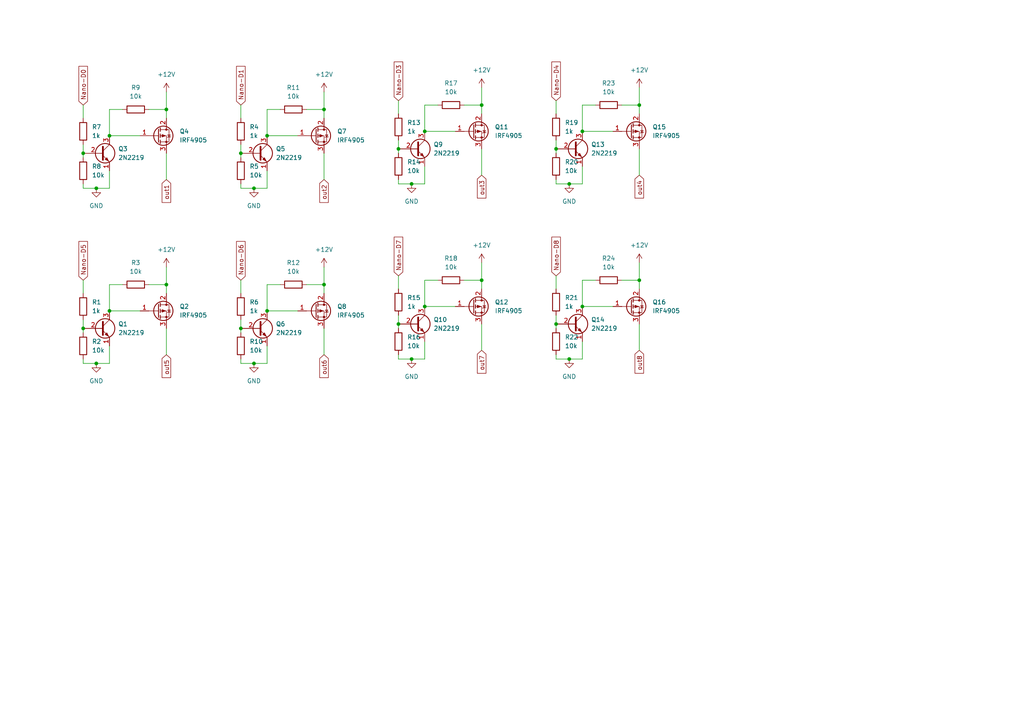
<source format=kicad_sch>
(kicad_sch (version 20230121) (generator eeschema)

  (uuid 0561b628-879b-49fe-a1e7-891e051d5cd0)

  (paper "A4")

  (lib_symbols
    (symbol "Device:R" (pin_numbers hide) (pin_names (offset 0)) (in_bom yes) (on_board yes)
      (property "Reference" "R" (at 2.032 0 90)
        (effects (font (size 1.27 1.27)))
      )
      (property "Value" "R" (at 0 0 90)
        (effects (font (size 1.27 1.27)))
      )
      (property "Footprint" "" (at -1.778 0 90)
        (effects (font (size 1.27 1.27)) hide)
      )
      (property "Datasheet" "~" (at 0 0 0)
        (effects (font (size 1.27 1.27)) hide)
      )
      (property "ki_keywords" "R res resistor" (at 0 0 0)
        (effects (font (size 1.27 1.27)) hide)
      )
      (property "ki_description" "Resistor" (at 0 0 0)
        (effects (font (size 1.27 1.27)) hide)
      )
      (property "ki_fp_filters" "R_*" (at 0 0 0)
        (effects (font (size 1.27 1.27)) hide)
      )
      (symbol "R_0_1"
        (rectangle (start -1.016 -2.54) (end 1.016 2.54)
          (stroke (width 0.254) (type default))
          (fill (type none))
        )
      )
      (symbol "R_1_1"
        (pin passive line (at 0 3.81 270) (length 1.27)
          (name "~" (effects (font (size 1.27 1.27))))
          (number "1" (effects (font (size 1.27 1.27))))
        )
        (pin passive line (at 0 -3.81 90) (length 1.27)
          (name "~" (effects (font (size 1.27 1.27))))
          (number "2" (effects (font (size 1.27 1.27))))
        )
      )
    )
    (symbol "Transistor_BJT:2N2219" (pin_names (offset 0) hide) (in_bom yes) (on_board yes)
      (property "Reference" "Q" (at 5.08 1.905 0)
        (effects (font (size 1.27 1.27)) (justify left))
      )
      (property "Value" "2N2219" (at 5.08 0 0)
        (effects (font (size 1.27 1.27)) (justify left))
      )
      (property "Footprint" "Package_TO_SOT_THT:TO-39-3" (at 5.08 -1.905 0)
        (effects (font (size 1.27 1.27) italic) (justify left) hide)
      )
      (property "Datasheet" "http://www.onsemi.com/pub_link/Collateral/2N2219-D.PDF" (at 0 0 0)
        (effects (font (size 1.27 1.27)) (justify left) hide)
      )
      (property "ki_keywords" "NPN Transistor" (at 0 0 0)
        (effects (font (size 1.27 1.27)) hide)
      )
      (property "ki_description" "800mA Ic, 50V Vce, NPN Transistor, TO-39" (at 0 0 0)
        (effects (font (size 1.27 1.27)) hide)
      )
      (property "ki_fp_filters" "TO?39*" (at 0 0 0)
        (effects (font (size 1.27 1.27)) hide)
      )
      (symbol "2N2219_0_1"
        (polyline
          (pts
            (xy 0.635 0.635)
            (xy 2.54 2.54)
          )
          (stroke (width 0) (type default))
          (fill (type none))
        )
        (polyline
          (pts
            (xy 0.635 -0.635)
            (xy 2.54 -2.54)
            (xy 2.54 -2.54)
          )
          (stroke (width 0) (type default))
          (fill (type none))
        )
        (polyline
          (pts
            (xy 0.635 1.905)
            (xy 0.635 -1.905)
            (xy 0.635 -1.905)
          )
          (stroke (width 0.508) (type default))
          (fill (type none))
        )
        (polyline
          (pts
            (xy 1.27 -1.778)
            (xy 1.778 -1.27)
            (xy 2.286 -2.286)
            (xy 1.27 -1.778)
            (xy 1.27 -1.778)
          )
          (stroke (width 0) (type default))
          (fill (type outline))
        )
        (circle (center 1.27 0) (radius 2.8194)
          (stroke (width 0.254) (type default))
          (fill (type none))
        )
      )
      (symbol "2N2219_1_1"
        (pin passive line (at 2.54 -5.08 90) (length 2.54)
          (name "E" (effects (font (size 1.27 1.27))))
          (number "1" (effects (font (size 1.27 1.27))))
        )
        (pin passive line (at -5.08 0 0) (length 5.715)
          (name "B" (effects (font (size 1.27 1.27))))
          (number "2" (effects (font (size 1.27 1.27))))
        )
        (pin passive line (at 2.54 5.08 270) (length 2.54)
          (name "C" (effects (font (size 1.27 1.27))))
          (number "3" (effects (font (size 1.27 1.27))))
        )
      )
    )
    (symbol "Transistor_FET:IRF4905" (pin_names hide) (in_bom yes) (on_board yes)
      (property "Reference" "Q" (at 5.08 1.905 0)
        (effects (font (size 1.27 1.27)) (justify left))
      )
      (property "Value" "IRF4905" (at 5.08 0 0)
        (effects (font (size 1.27 1.27)) (justify left))
      )
      (property "Footprint" "Package_TO_SOT_THT:TO-220-3_Vertical" (at 5.08 -1.905 0)
        (effects (font (size 1.27 1.27) italic) (justify left) hide)
      )
      (property "Datasheet" "http://www.infineon.com/dgdl/irf4905.pdf?fileId=5546d462533600a4015355e32165197c" (at 5.08 -3.81 0)
        (effects (font (size 1.27 1.27)) (justify left) hide)
      )
      (property "ki_keywords" "Single P-Channel HEXFET Power MOSFET" (at 0 0 0)
        (effects (font (size 1.27 1.27)) hide)
      )
      (property "ki_description" "-74A Id, -55V Vds, Single P-Channel HEXFET Power MOSFET, 20mOhm Ron, TO-220AB" (at 0 0 0)
        (effects (font (size 1.27 1.27)) hide)
      )
      (property "ki_fp_filters" "TO?220*" (at 0 0 0)
        (effects (font (size 1.27 1.27)) hide)
      )
      (symbol "IRF4905_0_1"
        (polyline
          (pts
            (xy 0.254 0)
            (xy -2.54 0)
          )
          (stroke (width 0) (type default))
          (fill (type none))
        )
        (polyline
          (pts
            (xy 0.254 1.905)
            (xy 0.254 -1.905)
          )
          (stroke (width 0.254) (type default))
          (fill (type none))
        )
        (polyline
          (pts
            (xy 0.762 -1.27)
            (xy 0.762 -2.286)
          )
          (stroke (width 0.254) (type default))
          (fill (type none))
        )
        (polyline
          (pts
            (xy 0.762 0.508)
            (xy 0.762 -0.508)
          )
          (stroke (width 0.254) (type default))
          (fill (type none))
        )
        (polyline
          (pts
            (xy 0.762 2.286)
            (xy 0.762 1.27)
          )
          (stroke (width 0.254) (type default))
          (fill (type none))
        )
        (polyline
          (pts
            (xy 2.54 2.54)
            (xy 2.54 1.778)
          )
          (stroke (width 0) (type default))
          (fill (type none))
        )
        (polyline
          (pts
            (xy 2.54 -2.54)
            (xy 2.54 0)
            (xy 0.762 0)
          )
          (stroke (width 0) (type default))
          (fill (type none))
        )
        (polyline
          (pts
            (xy 0.762 1.778)
            (xy 3.302 1.778)
            (xy 3.302 -1.778)
            (xy 0.762 -1.778)
          )
          (stroke (width 0) (type default))
          (fill (type none))
        )
        (polyline
          (pts
            (xy 2.286 0)
            (xy 1.27 0.381)
            (xy 1.27 -0.381)
            (xy 2.286 0)
          )
          (stroke (width 0) (type default))
          (fill (type outline))
        )
        (polyline
          (pts
            (xy 2.794 -0.508)
            (xy 2.921 -0.381)
            (xy 3.683 -0.381)
            (xy 3.81 -0.254)
          )
          (stroke (width 0) (type default))
          (fill (type none))
        )
        (polyline
          (pts
            (xy 3.302 -0.381)
            (xy 2.921 0.254)
            (xy 3.683 0.254)
            (xy 3.302 -0.381)
          )
          (stroke (width 0) (type default))
          (fill (type none))
        )
        (circle (center 1.651 0) (radius 2.794)
          (stroke (width 0.254) (type default))
          (fill (type none))
        )
        (circle (center 2.54 -1.778) (radius 0.254)
          (stroke (width 0) (type default))
          (fill (type outline))
        )
        (circle (center 2.54 1.778) (radius 0.254)
          (stroke (width 0) (type default))
          (fill (type outline))
        )
      )
      (symbol "IRF4905_1_1"
        (pin input line (at -5.08 0 0) (length 2.54)
          (name "G" (effects (font (size 1.27 1.27))))
          (number "1" (effects (font (size 1.27 1.27))))
        )
        (pin passive line (at 2.54 5.08 270) (length 2.54)
          (name "D" (effects (font (size 1.27 1.27))))
          (number "2" (effects (font (size 1.27 1.27))))
        )
        (pin passive line (at 2.54 -5.08 90) (length 2.54)
          (name "S" (effects (font (size 1.27 1.27))))
          (number "3" (effects (font (size 1.27 1.27))))
        )
      )
    )
    (symbol "power:+12V" (power) (pin_names (offset 0)) (in_bom yes) (on_board yes)
      (property "Reference" "#PWR" (at 0 -3.81 0)
        (effects (font (size 1.27 1.27)) hide)
      )
      (property "Value" "+12V" (at 0 3.556 0)
        (effects (font (size 1.27 1.27)))
      )
      (property "Footprint" "" (at 0 0 0)
        (effects (font (size 1.27 1.27)) hide)
      )
      (property "Datasheet" "" (at 0 0 0)
        (effects (font (size 1.27 1.27)) hide)
      )
      (property "ki_keywords" "global power" (at 0 0 0)
        (effects (font (size 1.27 1.27)) hide)
      )
      (property "ki_description" "Power symbol creates a global label with name \"+12V\"" (at 0 0 0)
        (effects (font (size 1.27 1.27)) hide)
      )
      (symbol "+12V_0_1"
        (polyline
          (pts
            (xy -0.762 1.27)
            (xy 0 2.54)
          )
          (stroke (width 0) (type default))
          (fill (type none))
        )
        (polyline
          (pts
            (xy 0 0)
            (xy 0 2.54)
          )
          (stroke (width 0) (type default))
          (fill (type none))
        )
        (polyline
          (pts
            (xy 0 2.54)
            (xy 0.762 1.27)
          )
          (stroke (width 0) (type default))
          (fill (type none))
        )
      )
      (symbol "+12V_1_1"
        (pin power_in line (at 0 0 90) (length 0) hide
          (name "+12V" (effects (font (size 1.27 1.27))))
          (number "1" (effects (font (size 1.27 1.27))))
        )
      )
    )
    (symbol "power:GND" (power) (pin_names (offset 0)) (in_bom yes) (on_board yes)
      (property "Reference" "#PWR" (at 0 -6.35 0)
        (effects (font (size 1.27 1.27)) hide)
      )
      (property "Value" "GND" (at 0 -3.81 0)
        (effects (font (size 1.27 1.27)))
      )
      (property "Footprint" "" (at 0 0 0)
        (effects (font (size 1.27 1.27)) hide)
      )
      (property "Datasheet" "" (at 0 0 0)
        (effects (font (size 1.27 1.27)) hide)
      )
      (property "ki_keywords" "global power" (at 0 0 0)
        (effects (font (size 1.27 1.27)) hide)
      )
      (property "ki_description" "Power symbol creates a global label with name \"GND\" , ground" (at 0 0 0)
        (effects (font (size 1.27 1.27)) hide)
      )
      (symbol "GND_0_1"
        (polyline
          (pts
            (xy 0 0)
            (xy 0 -1.27)
            (xy 1.27 -1.27)
            (xy 0 -2.54)
            (xy -1.27 -1.27)
            (xy 0 -1.27)
          )
          (stroke (width 0) (type default))
          (fill (type none))
        )
      )
      (symbol "GND_1_1"
        (pin power_in line (at 0 0 270) (length 0) hide
          (name "GND" (effects (font (size 1.27 1.27))))
          (number "1" (effects (font (size 1.27 1.27))))
        )
      )
    )
  )

  (junction (at 185.42 30.48) (diameter 0) (color 0 0 0 0)
    (uuid 04e01236-70fd-46ef-974c-bc195b55c307)
  )
  (junction (at 165.1 104.14) (diameter 0) (color 0 0 0 0)
    (uuid 1163177f-e928-4515-9d81-1c254f93cf7a)
  )
  (junction (at 123.19 38.1) (diameter 0) (color 0 0 0 0)
    (uuid 194b3742-b813-4b14-8f5e-5e043b321719)
  )
  (junction (at 27.94 105.41) (diameter 0) (color 0 0 0 0)
    (uuid 212d7afa-0977-4ad6-83b4-eaa8ccb2a4a6)
  )
  (junction (at 69.85 95.25) (diameter 0) (color 0 0 0 0)
    (uuid 23e7cdc9-3d06-4b3d-96ea-9f5d926cc950)
  )
  (junction (at 24.13 95.25) (diameter 0) (color 0 0 0 0)
    (uuid 2ac4f5ee-e49d-4f38-86a0-068125af234f)
  )
  (junction (at 93.98 82.55) (diameter 0) (color 0 0 0 0)
    (uuid 2c06dff1-6bcf-4e33-bb3e-59a6f2c7ae49)
  )
  (junction (at 77.47 90.17) (diameter 0) (color 0 0 0 0)
    (uuid 2c3afbf4-5bba-4139-919e-501e25ca38ce)
  )
  (junction (at 48.26 82.55) (diameter 0) (color 0 0 0 0)
    (uuid 341fd49e-941b-4d3f-a2e7-5ccfde74d42b)
  )
  (junction (at 119.38 53.34) (diameter 0) (color 0 0 0 0)
    (uuid 3925e8fc-0786-4730-8e9e-b7a34e1ffe04)
  )
  (junction (at 73.66 54.61) (diameter 0) (color 0 0 0 0)
    (uuid 3e520875-42b1-4e5d-9b38-70c343d73ca6)
  )
  (junction (at 115.57 93.98) (diameter 0) (color 0 0 0 0)
    (uuid 3f3aafdf-4104-4086-9cab-25ecdf0ebaee)
  )
  (junction (at 115.57 43.18) (diameter 0) (color 0 0 0 0)
    (uuid 40f7a7a4-88bd-4277-a786-dfac69b93616)
  )
  (junction (at 139.7 81.28) (diameter 0) (color 0 0 0 0)
    (uuid 4541eeed-81f6-4487-94cc-67159648aa5c)
  )
  (junction (at 73.66 105.41) (diameter 0) (color 0 0 0 0)
    (uuid 4de7c7f3-792f-4e51-8fa9-dbbcb213de64)
  )
  (junction (at 24.13 44.45) (diameter 0) (color 0 0 0 0)
    (uuid 5e070792-f5ed-4436-88d6-50ada60e7d2c)
  )
  (junction (at 93.98 31.75) (diameter 0) (color 0 0 0 0)
    (uuid 68d6075e-9f9a-4efb-96e7-f61cee10cc75)
  )
  (junction (at 168.91 88.9) (diameter 0) (color 0 0 0 0)
    (uuid 7264c23c-2dd1-44b1-8fb5-b526dcb58073)
  )
  (junction (at 161.29 93.98) (diameter 0) (color 0 0 0 0)
    (uuid 75dd2d7d-85aa-4a47-a8fb-6b2778cc9544)
  )
  (junction (at 48.26 31.75) (diameter 0) (color 0 0 0 0)
    (uuid 863e1c8b-3bbf-4f2a-b2b7-1142d9312e13)
  )
  (junction (at 168.91 38.1) (diameter 0) (color 0 0 0 0)
    (uuid 90b5c3d5-54a3-41e4-ac2e-fe8c23e0d1c3)
  )
  (junction (at 139.7 30.48) (diameter 0) (color 0 0 0 0)
    (uuid ad3e4667-171e-4087-ac2a-efc096db4ca4)
  )
  (junction (at 185.42 81.28) (diameter 0) (color 0 0 0 0)
    (uuid b0b0d01a-f57f-47fa-852b-73019f6863eb)
  )
  (junction (at 31.75 90.17) (diameter 0) (color 0 0 0 0)
    (uuid b3a40da5-21d6-44f6-8398-bec359c47c43)
  )
  (junction (at 161.29 43.18) (diameter 0) (color 0 0 0 0)
    (uuid c4d62004-4e34-4a09-8b3c-06e2fef45da4)
  )
  (junction (at 69.85 44.45) (diameter 0) (color 0 0 0 0)
    (uuid cda5c6e9-d7b1-4be4-853e-4ed44a353510)
  )
  (junction (at 31.75 39.37) (diameter 0) (color 0 0 0 0)
    (uuid cf3cff21-118b-45e0-ba8e-9d35be42769e)
  )
  (junction (at 123.19 88.9) (diameter 0) (color 0 0 0 0)
    (uuid d374bdf6-e070-4d98-a217-090076c32583)
  )
  (junction (at 119.38 104.14) (diameter 0) (color 0 0 0 0)
    (uuid d672acff-c598-4db4-9595-21be27f81f43)
  )
  (junction (at 77.47 39.37) (diameter 0) (color 0 0 0 0)
    (uuid dd5b6771-c5ec-4964-91aa-a9d16d43ee95)
  )
  (junction (at 27.94 54.61) (diameter 0) (color 0 0 0 0)
    (uuid ea90e204-3475-4d1f-9b62-ad669ceb7cef)
  )
  (junction (at 165.1 53.34) (diameter 0) (color 0 0 0 0)
    (uuid effddffa-1ce4-426b-a8b0-4191879a70a3)
  )

  (wire (pts (xy 31.75 82.55) (xy 31.75 90.17))
    (stroke (width 0) (type default))
    (uuid 00883f1b-297b-461d-8636-19725652dda2)
  )
  (wire (pts (xy 43.18 82.55) (xy 48.26 82.55))
    (stroke (width 0) (type default))
    (uuid 0131155a-f930-404c-9b17-ef84259ba252)
  )
  (wire (pts (xy 168.91 99.06) (xy 168.91 104.14))
    (stroke (width 0) (type default))
    (uuid 01deaad2-77c9-445b-b927-370f23d498d5)
  )
  (wire (pts (xy 69.85 105.41) (xy 73.66 105.41))
    (stroke (width 0) (type default))
    (uuid 021432f8-c3fb-4834-b3f1-0fc4669abc36)
  )
  (wire (pts (xy 115.57 53.34) (xy 119.38 53.34))
    (stroke (width 0) (type default))
    (uuid 032bf1b8-1f00-4dcf-86da-1b4b6ea49944)
  )
  (wire (pts (xy 43.18 31.75) (xy 48.26 31.75))
    (stroke (width 0) (type default))
    (uuid 06538d1d-0e77-45cd-8871-1b71d099d987)
  )
  (wire (pts (xy 127 81.28) (xy 123.19 81.28))
    (stroke (width 0) (type default))
    (uuid 0654682a-bae4-4538-8956-901c878772f8)
  )
  (wire (pts (xy 31.75 54.61) (xy 27.94 54.61))
    (stroke (width 0) (type default))
    (uuid 082891bb-4e00-4737-a426-f5b09c1ba542)
  )
  (wire (pts (xy 185.42 43.18) (xy 185.42 50.8))
    (stroke (width 0) (type default))
    (uuid 0a45d727-a67e-45ad-ade4-d2e66bd998a7)
  )
  (wire (pts (xy 77.47 82.55) (xy 77.47 90.17))
    (stroke (width 0) (type default))
    (uuid 0e4177a7-a539-4fc6-8524-d113ede7fbd3)
  )
  (wire (pts (xy 115.57 91.44) (xy 115.57 93.98))
    (stroke (width 0) (type default))
    (uuid 12fa5ae1-8331-43b5-8980-f4637c44e247)
  )
  (wire (pts (xy 161.29 102.87) (xy 161.29 104.14))
    (stroke (width 0) (type default))
    (uuid 1f392c53-23a6-4081-a5eb-ef2e61288111)
  )
  (wire (pts (xy 123.19 99.06) (xy 123.19 104.14))
    (stroke (width 0) (type default))
    (uuid 2525983d-f415-456f-8c07-f57db8b8642a)
  )
  (wire (pts (xy 93.98 26.67) (xy 93.98 31.75))
    (stroke (width 0) (type default))
    (uuid 26e2fcfb-b7aa-4030-95fc-91fee2484de4)
  )
  (wire (pts (xy 24.13 92.71) (xy 24.13 95.25))
    (stroke (width 0) (type default))
    (uuid 2b60fa98-4c45-410c-b2db-32d0e687771c)
  )
  (wire (pts (xy 77.47 105.41) (xy 73.66 105.41))
    (stroke (width 0) (type default))
    (uuid 2c8af961-21d6-46d8-b987-0a485834f5f4)
  )
  (wire (pts (xy 168.91 38.1) (xy 177.8 38.1))
    (stroke (width 0) (type default))
    (uuid 2cf6f541-79d9-4cc8-9030-aefd13e53084)
  )
  (wire (pts (xy 24.13 104.14) (xy 24.13 105.41))
    (stroke (width 0) (type default))
    (uuid 2d1fc7b2-4a8a-48fc-91b3-fa67b42e577f)
  )
  (wire (pts (xy 69.85 104.14) (xy 69.85 105.41))
    (stroke (width 0) (type default))
    (uuid 300fcf2f-d106-4e0c-ae79-4a1e583ceb8a)
  )
  (wire (pts (xy 115.57 95.25) (xy 115.57 93.98))
    (stroke (width 0) (type default))
    (uuid 30e60fd4-09d0-49fa-9177-bab7641c2a64)
  )
  (wire (pts (xy 115.57 104.14) (xy 119.38 104.14))
    (stroke (width 0) (type default))
    (uuid 31c44512-d660-4f3f-b778-06bc5c34676d)
  )
  (wire (pts (xy 161.29 104.14) (xy 165.1 104.14))
    (stroke (width 0) (type default))
    (uuid 33b57a6e-ce36-4dda-a369-63bcfa21335e)
  )
  (wire (pts (xy 115.57 102.87) (xy 115.57 104.14))
    (stroke (width 0) (type default))
    (uuid 34b8f069-dc91-4a28-8939-af6349bc0e42)
  )
  (wire (pts (xy 134.62 30.48) (xy 139.7 30.48))
    (stroke (width 0) (type default))
    (uuid 37b47b4d-b9d3-4d25-a984-a761b0be6814)
  )
  (wire (pts (xy 123.19 81.28) (xy 123.19 88.9))
    (stroke (width 0) (type default))
    (uuid 4020873e-94d0-491d-8e58-b96e9d8344e2)
  )
  (wire (pts (xy 161.29 44.45) (xy 161.29 43.18))
    (stroke (width 0) (type default))
    (uuid 43b303b9-bee6-45c2-8bd2-b04b20266ba3)
  )
  (wire (pts (xy 161.29 29.21) (xy 161.29 33.02))
    (stroke (width 0) (type default))
    (uuid 4451b4fa-bb60-460a-9ff5-5b7878745816)
  )
  (wire (pts (xy 69.85 92.71) (xy 69.85 95.25))
    (stroke (width 0) (type default))
    (uuid 45075240-0278-4046-b08f-a56f0b1e377f)
  )
  (wire (pts (xy 161.29 40.64) (xy 161.29 43.18))
    (stroke (width 0) (type default))
    (uuid 48f33f52-68a3-4514-9ff4-3e19bcbd267f)
  )
  (wire (pts (xy 48.26 26.67) (xy 48.26 31.75))
    (stroke (width 0) (type default))
    (uuid 49062539-54d6-4b60-96d2-d29c865a0e6f)
  )
  (wire (pts (xy 161.29 53.34) (xy 165.1 53.34))
    (stroke (width 0) (type default))
    (uuid 4c58e940-373f-40a0-b090-66e62e26a0fe)
  )
  (wire (pts (xy 24.13 45.72) (xy 24.13 44.45))
    (stroke (width 0) (type default))
    (uuid 4d9ca679-e557-44b9-8517-9294b6f61e4e)
  )
  (wire (pts (xy 123.19 53.34) (xy 119.38 53.34))
    (stroke (width 0) (type default))
    (uuid 4f98110c-dd1f-4c48-a2aa-293d79e804cc)
  )
  (wire (pts (xy 123.19 38.1) (xy 132.08 38.1))
    (stroke (width 0) (type default))
    (uuid 522edb4c-1788-4d2a-ab1b-634acbcc01fa)
  )
  (wire (pts (xy 139.7 81.28) (xy 139.7 83.82))
    (stroke (width 0) (type default))
    (uuid 541fdedc-9d44-45b4-b62a-8a3382453865)
  )
  (wire (pts (xy 168.91 81.28) (xy 168.91 88.9))
    (stroke (width 0) (type default))
    (uuid 54d6c43e-e384-4539-98d5-190f1c42dded)
  )
  (wire (pts (xy 81.28 31.75) (xy 77.47 31.75))
    (stroke (width 0) (type default))
    (uuid 5640539f-e074-4f8d-89f7-3c74370fb1b7)
  )
  (wire (pts (xy 139.7 76.2) (xy 139.7 81.28))
    (stroke (width 0) (type default))
    (uuid 599bd468-6626-491a-9f9a-1d47b7066821)
  )
  (wire (pts (xy 115.57 44.45) (xy 115.57 43.18))
    (stroke (width 0) (type default))
    (uuid 5d606825-827a-4819-b007-caa205f56ab5)
  )
  (wire (pts (xy 77.47 54.61) (xy 73.66 54.61))
    (stroke (width 0) (type default))
    (uuid 5d843c02-7896-454d-b70a-fb076c0c625c)
  )
  (wire (pts (xy 123.19 88.9) (xy 132.08 88.9))
    (stroke (width 0) (type default))
    (uuid 5db59f10-1193-4141-a91d-6549cd3eee6e)
  )
  (wire (pts (xy 31.75 49.53) (xy 31.75 54.61))
    (stroke (width 0) (type default))
    (uuid 5ddcafc5-fbb0-4459-bd14-d6429f91a953)
  )
  (wire (pts (xy 115.57 29.21) (xy 115.57 33.02))
    (stroke (width 0) (type default))
    (uuid 5df84e27-24ee-44ca-808d-eb2fbf497c8a)
  )
  (wire (pts (xy 180.34 30.48) (xy 185.42 30.48))
    (stroke (width 0) (type default))
    (uuid 5e0ee671-d0d5-48e3-84ab-f55bebf1c19d)
  )
  (wire (pts (xy 24.13 30.48) (xy 24.13 34.29))
    (stroke (width 0) (type default))
    (uuid 5e318c13-8e37-4e67-aa8e-bf636d4b3c0e)
  )
  (wire (pts (xy 185.42 81.28) (xy 185.42 83.82))
    (stroke (width 0) (type default))
    (uuid 5fef340b-a120-4b17-bf50-bc53d233cce0)
  )
  (wire (pts (xy 172.72 30.48) (xy 168.91 30.48))
    (stroke (width 0) (type default))
    (uuid 618fbe93-1873-41df-82b0-a84e2a9a68e3)
  )
  (wire (pts (xy 48.26 31.75) (xy 48.26 34.29))
    (stroke (width 0) (type default))
    (uuid 64b618d1-3db8-4700-a9cb-7d0e6a3836a0)
  )
  (wire (pts (xy 168.91 48.26) (xy 168.91 53.34))
    (stroke (width 0) (type default))
    (uuid 6b2ea132-e120-4911-baf7-0ecd8e346aad)
  )
  (wire (pts (xy 139.7 30.48) (xy 139.7 33.02))
    (stroke (width 0) (type default))
    (uuid 6dc3236f-4901-43f9-bda7-0e8d0d9fad94)
  )
  (wire (pts (xy 139.7 43.18) (xy 139.7 50.8))
    (stroke (width 0) (type default))
    (uuid 743ad2b3-1388-445d-ab7f-9280222a9657)
  )
  (wire (pts (xy 24.13 96.52) (xy 24.13 95.25))
    (stroke (width 0) (type default))
    (uuid 755bfd01-9aaa-4eda-9b5f-e7af2cd82393)
  )
  (wire (pts (xy 24.13 53.34) (xy 24.13 54.61))
    (stroke (width 0) (type default))
    (uuid 76d5bfea-2484-434e-8650-d35004e6a970)
  )
  (wire (pts (xy 134.62 81.28) (xy 139.7 81.28))
    (stroke (width 0) (type default))
    (uuid 78990b4c-6530-4e96-b95f-32fb26fefdf0)
  )
  (wire (pts (xy 185.42 30.48) (xy 185.42 33.02))
    (stroke (width 0) (type default))
    (uuid 7c586343-ff60-4f28-acc3-47100787de03)
  )
  (wire (pts (xy 168.91 88.9) (xy 177.8 88.9))
    (stroke (width 0) (type default))
    (uuid 80632f48-ec5b-4c8b-a04d-ff00e70c0ec6)
  )
  (wire (pts (xy 48.26 77.47) (xy 48.26 82.55))
    (stroke (width 0) (type default))
    (uuid 8082122d-45a5-4179-8204-b6ce080b20c4)
  )
  (wire (pts (xy 24.13 54.61) (xy 27.94 54.61))
    (stroke (width 0) (type default))
    (uuid 88473f06-3e13-4032-9592-72ba364fbfa0)
  )
  (wire (pts (xy 185.42 25.4) (xy 185.42 30.48))
    (stroke (width 0) (type default))
    (uuid 8b5659e4-91cc-4aed-bb63-41fef03afae7)
  )
  (wire (pts (xy 48.26 44.45) (xy 48.26 52.07))
    (stroke (width 0) (type default))
    (uuid 8f5f2c3e-64f5-4e1b-932f-5ce3888ba00c)
  )
  (wire (pts (xy 115.57 52.07) (xy 115.57 53.34))
    (stroke (width 0) (type default))
    (uuid 93aad55d-3009-4d72-83e7-57e577dc286f)
  )
  (wire (pts (xy 31.75 100.33) (xy 31.75 105.41))
    (stroke (width 0) (type default))
    (uuid 941f277a-de8d-432f-a54a-bcc82ee8cf1e)
  )
  (wire (pts (xy 81.28 82.55) (xy 77.47 82.55))
    (stroke (width 0) (type default))
    (uuid 9832c720-697c-440c-9153-9d976f53f905)
  )
  (wire (pts (xy 69.85 81.28) (xy 69.85 85.09))
    (stroke (width 0) (type default))
    (uuid 98f23d82-6f9f-4335-9ae9-62ec29a44028)
  )
  (wire (pts (xy 93.98 44.45) (xy 93.98 52.07))
    (stroke (width 0) (type default))
    (uuid a2c6e2a7-5298-4cd4-9e90-72cba5ae03e4)
  )
  (wire (pts (xy 161.29 95.25) (xy 161.29 93.98))
    (stroke (width 0) (type default))
    (uuid a59734ee-85b7-4fd7-9d92-9bf1de83408d)
  )
  (wire (pts (xy 24.13 81.28) (xy 24.13 85.09))
    (stroke (width 0) (type default))
    (uuid a5d6018a-b044-4418-be65-ba16a7bf9bfc)
  )
  (wire (pts (xy 115.57 80.01) (xy 115.57 83.82))
    (stroke (width 0) (type default))
    (uuid a90c2023-c945-453f-9522-f5b21b481102)
  )
  (wire (pts (xy 77.47 39.37) (xy 86.36 39.37))
    (stroke (width 0) (type default))
    (uuid aca3e2a1-16c3-420b-84b5-9bdf7f780a98)
  )
  (wire (pts (xy 69.85 41.91) (xy 69.85 44.45))
    (stroke (width 0) (type default))
    (uuid ae6c9d5a-324b-43b4-b5dc-a2461171f935)
  )
  (wire (pts (xy 69.85 96.52) (xy 69.85 95.25))
    (stroke (width 0) (type default))
    (uuid aebaa15b-043e-4d5e-9a06-4b93b26f6260)
  )
  (wire (pts (xy 161.29 80.01) (xy 161.29 83.82))
    (stroke (width 0) (type default))
    (uuid b1f8bb7b-fe59-484a-9d2a-30417c229738)
  )
  (wire (pts (xy 31.75 39.37) (xy 40.64 39.37))
    (stroke (width 0) (type default))
    (uuid b234e057-0fff-448a-844d-3714d5a0ebed)
  )
  (wire (pts (xy 168.91 53.34) (xy 165.1 53.34))
    (stroke (width 0) (type default))
    (uuid b760de00-3d69-48fc-8496-5bf7f5f06a52)
  )
  (wire (pts (xy 180.34 81.28) (xy 185.42 81.28))
    (stroke (width 0) (type default))
    (uuid b9bd6172-b086-4caa-a159-4fed050f497f)
  )
  (wire (pts (xy 31.75 105.41) (xy 27.94 105.41))
    (stroke (width 0) (type default))
    (uuid bbdca21c-d76b-42a2-b20b-4f3d5a940d12)
  )
  (wire (pts (xy 123.19 48.26) (xy 123.19 53.34))
    (stroke (width 0) (type default))
    (uuid bcadca95-7050-45af-a3bb-b84340f9d0b9)
  )
  (wire (pts (xy 77.47 49.53) (xy 77.47 54.61))
    (stroke (width 0) (type default))
    (uuid bf10bfc0-01b6-4d55-bed2-66f43dca4b2b)
  )
  (wire (pts (xy 69.85 53.34) (xy 69.85 54.61))
    (stroke (width 0) (type default))
    (uuid bfa3f313-d14a-493e-b47c-35129dc95f6d)
  )
  (wire (pts (xy 77.47 31.75) (xy 77.47 39.37))
    (stroke (width 0) (type default))
    (uuid c17674b9-1190-4d9a-bc52-61f17fefd045)
  )
  (wire (pts (xy 93.98 31.75) (xy 93.98 34.29))
    (stroke (width 0) (type default))
    (uuid c3effba5-a562-468b-acac-729a0b1fd7ec)
  )
  (wire (pts (xy 123.19 104.14) (xy 119.38 104.14))
    (stroke (width 0) (type default))
    (uuid c595bc5c-cced-4f80-a98a-8c7504e8d973)
  )
  (wire (pts (xy 93.98 95.25) (xy 93.98 102.87))
    (stroke (width 0) (type default))
    (uuid c5a1f595-fcef-4a2a-9552-18d6ddb54742)
  )
  (wire (pts (xy 185.42 76.2) (xy 185.42 81.28))
    (stroke (width 0) (type default))
    (uuid c5c26fd6-f7e1-4762-a085-f8a4c6a04ca0)
  )
  (wire (pts (xy 123.19 30.48) (xy 123.19 38.1))
    (stroke (width 0) (type default))
    (uuid c7c70f8a-6df5-4088-bbb3-11dabade8e4f)
  )
  (wire (pts (xy 161.29 91.44) (xy 161.29 93.98))
    (stroke (width 0) (type default))
    (uuid cebaa60b-127c-463b-80fe-ddb95cf1c603)
  )
  (wire (pts (xy 69.85 30.48) (xy 69.85 34.29))
    (stroke (width 0) (type default))
    (uuid cf98a956-4fdb-4846-a48a-97cead95c16e)
  )
  (wire (pts (xy 69.85 54.61) (xy 73.66 54.61))
    (stroke (width 0) (type default))
    (uuid cfd2b2dd-7cad-465b-a9c5-658cb5daaad4)
  )
  (wire (pts (xy 93.98 82.55) (xy 93.98 85.09))
    (stroke (width 0) (type default))
    (uuid d0d6d791-9535-41aa-b861-b356d0a7f1a8)
  )
  (wire (pts (xy 24.13 105.41) (xy 27.94 105.41))
    (stroke (width 0) (type default))
    (uuid d19362f6-2d5c-424b-8394-016fff0b171b)
  )
  (wire (pts (xy 168.91 104.14) (xy 165.1 104.14))
    (stroke (width 0) (type default))
    (uuid d655ed19-e9c8-4808-becb-bb6ae46dfee3)
  )
  (wire (pts (xy 48.26 95.25) (xy 48.26 102.87))
    (stroke (width 0) (type default))
    (uuid d8fda1b5-ed1a-4270-acac-40b3e67b98cb)
  )
  (wire (pts (xy 24.13 41.91) (xy 24.13 44.45))
    (stroke (width 0) (type default))
    (uuid d98300a2-7212-48b3-9fdb-cb0e4bf6285a)
  )
  (wire (pts (xy 88.9 31.75) (xy 93.98 31.75))
    (stroke (width 0) (type default))
    (uuid da95178d-2dca-4d46-8758-5d25e4b14f4b)
  )
  (wire (pts (xy 31.75 90.17) (xy 40.64 90.17))
    (stroke (width 0) (type default))
    (uuid dd0c82e3-d688-412c-914b-d8e32e7ff860)
  )
  (wire (pts (xy 168.91 30.48) (xy 168.91 38.1))
    (stroke (width 0) (type default))
    (uuid de7affad-d6ef-47ca-9463-466ab68d4be7)
  )
  (wire (pts (xy 35.56 82.55) (xy 31.75 82.55))
    (stroke (width 0) (type default))
    (uuid df2f8eee-cefb-407e-847e-27ea868efafa)
  )
  (wire (pts (xy 88.9 82.55) (xy 93.98 82.55))
    (stroke (width 0) (type default))
    (uuid df8df143-98a1-4421-af95-5330258c7113)
  )
  (wire (pts (xy 77.47 90.17) (xy 86.36 90.17))
    (stroke (width 0) (type default))
    (uuid e01a3b56-c7cc-4bd2-9b75-63e5a9c03f2e)
  )
  (wire (pts (xy 93.98 77.47) (xy 93.98 82.55))
    (stroke (width 0) (type default))
    (uuid e01f44d2-e8d9-4981-88f6-a11fc7be8e0f)
  )
  (wire (pts (xy 69.85 45.72) (xy 69.85 44.45))
    (stroke (width 0) (type default))
    (uuid e0e9ef41-4ac1-410a-9de9-50f5209c2943)
  )
  (wire (pts (xy 139.7 25.4) (xy 139.7 30.48))
    (stroke (width 0) (type default))
    (uuid e10fd213-b096-462c-8e64-488130d256b3)
  )
  (wire (pts (xy 172.72 81.28) (xy 168.91 81.28))
    (stroke (width 0) (type default))
    (uuid e3956d4b-e5f5-416a-aa68-8854169cdad3)
  )
  (wire (pts (xy 35.56 31.75) (xy 31.75 31.75))
    (stroke (width 0) (type default))
    (uuid e4099fbe-c5c0-48f7-b379-7c2e5d79e8a3)
  )
  (wire (pts (xy 31.75 31.75) (xy 31.75 39.37))
    (stroke (width 0) (type default))
    (uuid e931d998-5d28-4535-945b-0f346e0f9f25)
  )
  (wire (pts (xy 48.26 82.55) (xy 48.26 85.09))
    (stroke (width 0) (type default))
    (uuid eafb8525-78d1-4b14-9811-327e690eccc8)
  )
  (wire (pts (xy 161.29 52.07) (xy 161.29 53.34))
    (stroke (width 0) (type default))
    (uuid ebd028f8-705f-4371-a095-bdbcbf3d713c)
  )
  (wire (pts (xy 139.7 93.98) (xy 139.7 101.6))
    (stroke (width 0) (type default))
    (uuid f14522f6-c6c9-429d-9119-25d870c88620)
  )
  (wire (pts (xy 115.57 40.64) (xy 115.57 43.18))
    (stroke (width 0) (type default))
    (uuid f6362f68-a0bc-4ac0-b749-edc90f3a2ff2)
  )
  (wire (pts (xy 185.42 93.98) (xy 185.42 101.6))
    (stroke (width 0) (type default))
    (uuid f8a149ce-b464-4d66-be33-3bab3893e72c)
  )
  (wire (pts (xy 127 30.48) (xy 123.19 30.48))
    (stroke (width 0) (type default))
    (uuid f97c9b18-1444-4757-97bc-6fe494dab0c5)
  )
  (wire (pts (xy 77.47 100.33) (xy 77.47 105.41))
    (stroke (width 0) (type default))
    (uuid ffb4fada-bcd8-48d1-beba-7cafeec86ea5)
  )

  (global_label "Nano-D6" (shape input) (at 69.85 81.28 90) (fields_autoplaced)
    (effects (font (size 1.27 1.27)) (justify left))
    (uuid 06177594-ee5a-4de1-8179-8d170fab8778)
    (property "Intersheetrefs" "${INTERSHEET_REFS}" (at 69.85 69.4654 90)
      (effects (font (size 1.27 1.27)) (justify left) hide)
    )
  )
  (global_label "out2" (shape input) (at 93.98 52.07 270) (fields_autoplaced)
    (effects (font (size 1.27 1.27)) (justify right))
    (uuid 06c15806-459e-4e85-8241-d33be2501610)
    (property "Intersheetrefs" "${INTERSHEET_REFS}" (at 93.98 59.2884 90)
      (effects (font (size 1.27 1.27)) (justify right) hide)
    )
  )
  (global_label "Nano-D8" (shape input) (at 161.29 80.01 90) (fields_autoplaced)
    (effects (font (size 1.27 1.27)) (justify left))
    (uuid 21a41f3e-5db5-4990-a82d-355b397e9db6)
    (property "Intersheetrefs" "${INTERSHEET_REFS}" (at 161.29 68.1954 90)
      (effects (font (size 1.27 1.27)) (justify left) hide)
    )
  )
  (global_label "out4" (shape input) (at 185.42 50.8 270) (fields_autoplaced)
    (effects (font (size 1.27 1.27)) (justify right))
    (uuid 326e4a1a-4a8c-48b8-b211-a6d3e68c1db0)
    (property "Intersheetrefs" "${INTERSHEET_REFS}" (at 185.42 58.0184 90)
      (effects (font (size 1.27 1.27)) (justify right) hide)
    )
  )
  (global_label "Nano-D7" (shape input) (at 115.57 80.01 90) (fields_autoplaced)
    (effects (font (size 1.27 1.27)) (justify left))
    (uuid 528612da-2d85-4233-9cd6-367fd00c4792)
    (property "Intersheetrefs" "${INTERSHEET_REFS}" (at 115.57 68.1954 90)
      (effects (font (size 1.27 1.27)) (justify left) hide)
    )
  )
  (global_label "out7" (shape input) (at 139.7 101.6 270) (fields_autoplaced)
    (effects (font (size 1.27 1.27)) (justify right))
    (uuid 537e68fc-ad32-4245-92f0-d5220f830c0f)
    (property "Intersheetrefs" "${INTERSHEET_REFS}" (at 139.7 108.8184 90)
      (effects (font (size 1.27 1.27)) (justify right) hide)
    )
  )
  (global_label "Nano-D3" (shape input) (at 115.57 29.21 90) (fields_autoplaced)
    (effects (font (size 1.27 1.27)) (justify left))
    (uuid 62c32c1b-1034-4dfb-b00d-7140fb37ae27)
    (property "Intersheetrefs" "${INTERSHEET_REFS}" (at 115.57 17.3954 90)
      (effects (font (size 1.27 1.27)) (justify left) hide)
    )
  )
  (global_label "Nano-D4" (shape input) (at 161.29 29.21 90) (fields_autoplaced)
    (effects (font (size 1.27 1.27)) (justify left))
    (uuid a459080c-94b0-48ef-9ee7-6eae3f73c94c)
    (property "Intersheetrefs" "${INTERSHEET_REFS}" (at 161.29 17.3954 90)
      (effects (font (size 1.27 1.27)) (justify left) hide)
    )
  )
  (global_label "Nano-D1" (shape input) (at 69.85 30.48 90) (fields_autoplaced)
    (effects (font (size 1.27 1.27)) (justify left))
    (uuid ad274447-4d49-4f24-995b-1e5fd5c97a62)
    (property "Intersheetrefs" "${INTERSHEET_REFS}" (at 69.85 18.6654 90)
      (effects (font (size 1.27 1.27)) (justify left) hide)
    )
  )
  (global_label "out5" (shape input) (at 48.26 102.87 270) (fields_autoplaced)
    (effects (font (size 1.27 1.27)) (justify right))
    (uuid bb9ad723-d03b-4834-aee3-250bc66bc83d)
    (property "Intersheetrefs" "${INTERSHEET_REFS}" (at 48.26 110.0884 90)
      (effects (font (size 1.27 1.27)) (justify right) hide)
    )
  )
  (global_label "out1" (shape input) (at 48.26 52.07 270) (fields_autoplaced)
    (effects (font (size 1.27 1.27)) (justify right))
    (uuid c2b04120-7c59-4ba8-8aa6-e2d84e790765)
    (property "Intersheetrefs" "${INTERSHEET_REFS}" (at 48.26 59.2884 90)
      (effects (font (size 1.27 1.27)) (justify right) hide)
    )
  )
  (global_label "Nano-D0" (shape input) (at 24.13 30.48 90) (fields_autoplaced)
    (effects (font (size 1.27 1.27)) (justify left))
    (uuid c3025447-acc6-4da8-aafc-8c54846e7c48)
    (property "Intersheetrefs" "${INTERSHEET_REFS}" (at 24.13 18.6654 90)
      (effects (font (size 1.27 1.27)) (justify left) hide)
    )
  )
  (global_label "Nano-D5" (shape input) (at 24.13 81.28 90) (fields_autoplaced)
    (effects (font (size 1.27 1.27)) (justify left))
    (uuid c50ba29b-cccf-4787-82b4-926225377f3a)
    (property "Intersheetrefs" "${INTERSHEET_REFS}" (at 24.13 69.4654 90)
      (effects (font (size 1.27 1.27)) (justify left) hide)
    )
  )
  (global_label "out8" (shape input) (at 185.42 101.6 270) (fields_autoplaced)
    (effects (font (size 1.27 1.27)) (justify right))
    (uuid c8f62ba3-b5cf-4550-9cfe-6c65ef94c511)
    (property "Intersheetrefs" "${INTERSHEET_REFS}" (at 185.42 108.8184 90)
      (effects (font (size 1.27 1.27)) (justify right) hide)
    )
  )
  (global_label "out6" (shape input) (at 93.98 102.87 270) (fields_autoplaced)
    (effects (font (size 1.27 1.27)) (justify right))
    (uuid d48ca2ed-8fcf-43ef-a872-bf576788b102)
    (property "Intersheetrefs" "${INTERSHEET_REFS}" (at 93.98 110.0884 90)
      (effects (font (size 1.27 1.27)) (justify right) hide)
    )
  )
  (global_label "out3" (shape input) (at 139.7 50.8 270) (fields_autoplaced)
    (effects (font (size 1.27 1.27)) (justify right))
    (uuid edbb0e08-9afc-41ee-95b1-478b367a6dfc)
    (property "Intersheetrefs" "${INTERSHEET_REFS}" (at 139.7 58.0184 90)
      (effects (font (size 1.27 1.27)) (justify right) hide)
    )
  )

  (symbol (lib_id "Device:R") (at 115.57 87.63 0) (unit 1)
    (in_bom yes) (on_board yes) (dnp no) (fields_autoplaced)
    (uuid 062d999d-1774-4567-ac78-8099a0140da6)
    (property "Reference" "R15" (at 118.11 86.36 0)
      (effects (font (size 1.27 1.27)) (justify left))
    )
    (property "Value" "1k" (at 118.11 88.9 0)
      (effects (font (size 1.27 1.27)) (justify left))
    )
    (property "Footprint" "Resistor_THT:R_Axial_DIN0207_L6.3mm_D2.5mm_P5.08mm_Vertical" (at 113.792 87.63 90)
      (effects (font (size 1.27 1.27)) hide)
    )
    (property "Datasheet" "~" (at 115.57 87.63 0)
      (effects (font (size 1.27 1.27)) hide)
    )
    (pin "1" (uuid 0c8b21b9-a7c9-4bde-8dbc-6bec17c3359a))
    (pin "2" (uuid 821f4de8-b6dc-4d1c-bfe4-13375e017fc7))
    (instances
      (project "PDMduino"
        (path "/79db51bf-0c70-4754-82e7-36daa7f915c0/a514670d-02f4-466b-a38d-672d1d3c11c7"
          (reference "R15") (unit 1)
        )
      )
    )
  )

  (symbol (lib_id "power:GND") (at 73.66 54.61 0) (unit 1)
    (in_bom yes) (on_board yes) (dnp no) (fields_autoplaced)
    (uuid 097daa57-a410-4e3e-83c7-8ea9ebd4f135)
    (property "Reference" "#PWR06" (at 73.66 60.96 0)
      (effects (font (size 1.27 1.27)) hide)
    )
    (property "Value" "GND" (at 73.66 59.69 0)
      (effects (font (size 1.27 1.27)))
    )
    (property "Footprint" "" (at 73.66 54.61 0)
      (effects (font (size 1.27 1.27)) hide)
    )
    (property "Datasheet" "" (at 73.66 54.61 0)
      (effects (font (size 1.27 1.27)) hide)
    )
    (pin "1" (uuid 2b438905-e2b6-4d9e-bc8a-523a0620008e))
    (instances
      (project "PDMduino"
        (path "/79db51bf-0c70-4754-82e7-36daa7f915c0/a514670d-02f4-466b-a38d-672d1d3c11c7"
          (reference "#PWR06") (unit 1)
        )
      )
    )
  )

  (symbol (lib_id "Device:R") (at 85.09 31.75 90) (unit 1)
    (in_bom yes) (on_board yes) (dnp no) (fields_autoplaced)
    (uuid 0a868374-e1c0-41d8-af81-b9410285f48c)
    (property "Reference" "R11" (at 85.09 25.4 90)
      (effects (font (size 1.27 1.27)))
    )
    (property "Value" "10k" (at 85.09 27.94 90)
      (effects (font (size 1.27 1.27)))
    )
    (property "Footprint" "Resistor_THT:R_Axial_DIN0207_L6.3mm_D2.5mm_P5.08mm_Vertical" (at 85.09 33.528 90)
      (effects (font (size 1.27 1.27)) hide)
    )
    (property "Datasheet" "~" (at 85.09 31.75 0)
      (effects (font (size 1.27 1.27)) hide)
    )
    (pin "1" (uuid e10bcd6b-a2f4-4049-a2a6-f7be7476d375))
    (pin "2" (uuid 1f763313-ec21-4eef-a35b-8c909bd8b8b9))
    (instances
      (project "PDMduino"
        (path "/79db51bf-0c70-4754-82e7-36daa7f915c0/a514670d-02f4-466b-a38d-672d1d3c11c7"
          (reference "R11") (unit 1)
        )
      )
    )
  )

  (symbol (lib_id "Device:R") (at 69.85 88.9 0) (unit 1)
    (in_bom yes) (on_board yes) (dnp no) (fields_autoplaced)
    (uuid 148f18ac-b201-4f8e-b092-193e51edb464)
    (property "Reference" "R6" (at 72.39 87.63 0)
      (effects (font (size 1.27 1.27)) (justify left))
    )
    (property "Value" "1k" (at 72.39 90.17 0)
      (effects (font (size 1.27 1.27)) (justify left))
    )
    (property "Footprint" "Resistor_THT:R_Axial_DIN0207_L6.3mm_D2.5mm_P5.08mm_Vertical" (at 68.072 88.9 90)
      (effects (font (size 1.27 1.27)) hide)
    )
    (property "Datasheet" "~" (at 69.85 88.9 0)
      (effects (font (size 1.27 1.27)) hide)
    )
    (pin "1" (uuid 4c58120f-a52a-45dc-9589-57a55dbadd5d))
    (pin "2" (uuid b2efe6c3-6e0d-46a4-b9b4-56d983fba74d))
    (instances
      (project "PDMduino"
        (path "/79db51bf-0c70-4754-82e7-36daa7f915c0/a514670d-02f4-466b-a38d-672d1d3c11c7"
          (reference "R6") (unit 1)
        )
      )
    )
  )

  (symbol (lib_id "Transistor_BJT:2N2219") (at 29.21 95.25 0) (unit 1)
    (in_bom yes) (on_board yes) (dnp no) (fields_autoplaced)
    (uuid 15e7ed1b-61f2-417f-9049-f2cfa659d063)
    (property "Reference" "Q1" (at 34.29 93.98 0)
      (effects (font (size 1.27 1.27)) (justify left))
    )
    (property "Value" "2N2219" (at 34.29 96.52 0)
      (effects (font (size 1.27 1.27)) (justify left))
    )
    (property "Footprint" "Package_TO_SOT_THT:TO-39-3" (at 34.29 97.155 0)
      (effects (font (size 1.27 1.27) italic) (justify left) hide)
    )
    (property "Datasheet" "http://www.onsemi.com/pub_link/Collateral/2N2219-D.PDF" (at 29.21 95.25 0)
      (effects (font (size 1.27 1.27)) (justify left) hide)
    )
    (pin "1" (uuid 9a769cd5-58a6-4e2f-9612-32f03b9d2bec))
    (pin "2" (uuid 01bff499-24d9-434c-8789-a0842b2e974b))
    (pin "3" (uuid 3a760f85-5b35-42ae-b348-6f1953c8d06d))
    (instances
      (project "PDMduino"
        (path "/79db51bf-0c70-4754-82e7-36daa7f915c0/a514670d-02f4-466b-a38d-672d1d3c11c7"
          (reference "Q1") (unit 1)
        )
      )
    )
  )

  (symbol (lib_id "power:GND") (at 27.94 54.61 0) (unit 1)
    (in_bom yes) (on_board yes) (dnp no) (fields_autoplaced)
    (uuid 19453950-a7df-4acb-91dd-8c6f6c08be5b)
    (property "Reference" "#PWR017" (at 27.94 60.96 0)
      (effects (font (size 1.27 1.27)) hide)
    )
    (property "Value" "GND" (at 27.94 59.69 0)
      (effects (font (size 1.27 1.27)))
    )
    (property "Footprint" "" (at 27.94 54.61 0)
      (effects (font (size 1.27 1.27)) hide)
    )
    (property "Datasheet" "" (at 27.94 54.61 0)
      (effects (font (size 1.27 1.27)) hide)
    )
    (pin "1" (uuid 886acfa0-c732-445e-9cf9-b7a698566f04))
    (instances
      (project "PDMduino"
        (path "/79db51bf-0c70-4754-82e7-36daa7f915c0/a514670d-02f4-466b-a38d-672d1d3c11c7"
          (reference "#PWR017") (unit 1)
        )
      )
    )
  )

  (symbol (lib_id "Device:R") (at 115.57 99.06 0) (unit 1)
    (in_bom yes) (on_board yes) (dnp no) (fields_autoplaced)
    (uuid 20dc371c-fcb4-470a-9054-240fa5c3f399)
    (property "Reference" "R16" (at 118.11 97.79 0)
      (effects (font (size 1.27 1.27)) (justify left))
    )
    (property "Value" "10k" (at 118.11 100.33 0)
      (effects (font (size 1.27 1.27)) (justify left))
    )
    (property "Footprint" "Resistor_THT:R_Axial_DIN0207_L6.3mm_D2.5mm_P5.08mm_Vertical" (at 113.792 99.06 90)
      (effects (font (size 1.27 1.27)) hide)
    )
    (property "Datasheet" "~" (at 115.57 99.06 0)
      (effects (font (size 1.27 1.27)) hide)
    )
    (pin "1" (uuid 2d3d3e3e-c8f5-44a8-b969-b415ac4b18fb))
    (pin "2" (uuid 85aec269-8991-4c5a-b45b-2ef3ea45ed60))
    (instances
      (project "PDMduino"
        (path "/79db51bf-0c70-4754-82e7-36daa7f915c0/a514670d-02f4-466b-a38d-672d1d3c11c7"
          (reference "R16") (unit 1)
        )
      )
    )
  )

  (symbol (lib_id "Transistor_BJT:2N2219") (at 74.93 95.25 0) (unit 1)
    (in_bom yes) (on_board yes) (dnp no) (fields_autoplaced)
    (uuid 2a5785e2-8b8a-43c5-805b-025485c9a05e)
    (property "Reference" "Q6" (at 80.01 93.98 0)
      (effects (font (size 1.27 1.27)) (justify left))
    )
    (property "Value" "2N2219" (at 80.01 96.52 0)
      (effects (font (size 1.27 1.27)) (justify left))
    )
    (property "Footprint" "Package_TO_SOT_THT:TO-39-3" (at 80.01 97.155 0)
      (effects (font (size 1.27 1.27) italic) (justify left) hide)
    )
    (property "Datasheet" "http://www.onsemi.com/pub_link/Collateral/2N2219-D.PDF" (at 74.93 95.25 0)
      (effects (font (size 1.27 1.27)) (justify left) hide)
    )
    (pin "1" (uuid 93ce844f-adcd-41d0-8479-d6cd26dfbc3d))
    (pin "2" (uuid 44d40ddf-dfbd-4a24-a0fb-b7ccc3e8f4a6))
    (pin "3" (uuid cba3f559-1971-4ecd-bf44-54b72af57429))
    (instances
      (project "PDMduino"
        (path "/79db51bf-0c70-4754-82e7-36daa7f915c0/a514670d-02f4-466b-a38d-672d1d3c11c7"
          (reference "Q6") (unit 1)
        )
      )
    )
  )

  (symbol (lib_id "Device:R") (at 115.57 36.83 0) (unit 1)
    (in_bom yes) (on_board yes) (dnp no) (fields_autoplaced)
    (uuid 2e9840c7-b620-46c2-a460-21a858213e83)
    (property "Reference" "R13" (at 118.11 35.56 0)
      (effects (font (size 1.27 1.27)) (justify left))
    )
    (property "Value" "1k" (at 118.11 38.1 0)
      (effects (font (size 1.27 1.27)) (justify left))
    )
    (property "Footprint" "Resistor_THT:R_Axial_DIN0207_L6.3mm_D2.5mm_P5.08mm_Vertical" (at 113.792 36.83 90)
      (effects (font (size 1.27 1.27)) hide)
    )
    (property "Datasheet" "~" (at 115.57 36.83 0)
      (effects (font (size 1.27 1.27)) hide)
    )
    (pin "1" (uuid 0cafd94b-e297-47d1-bc69-91b8c8a0517f))
    (pin "2" (uuid bcff89a3-290a-4908-ae38-237757427a33))
    (instances
      (project "PDMduino"
        (path "/79db51bf-0c70-4754-82e7-36daa7f915c0/a514670d-02f4-466b-a38d-672d1d3c11c7"
          (reference "R13") (unit 1)
        )
      )
    )
  )

  (symbol (lib_id "Transistor_BJT:2N2219") (at 29.21 44.45 0) (unit 1)
    (in_bom yes) (on_board yes) (dnp no) (fields_autoplaced)
    (uuid 2f114bd4-88d5-42b6-ab49-2c99e803565a)
    (property "Reference" "Q3" (at 34.29 43.18 0)
      (effects (font (size 1.27 1.27)) (justify left))
    )
    (property "Value" "2N2219" (at 34.29 45.72 0)
      (effects (font (size 1.27 1.27)) (justify left))
    )
    (property "Footprint" "Package_TO_SOT_THT:TO-39-3" (at 34.29 46.355 0)
      (effects (font (size 1.27 1.27) italic) (justify left) hide)
    )
    (property "Datasheet" "http://www.onsemi.com/pub_link/Collateral/2N2219-D.PDF" (at 29.21 44.45 0)
      (effects (font (size 1.27 1.27)) (justify left) hide)
    )
    (pin "1" (uuid c35973fc-2198-4b11-8528-10b96f141538))
    (pin "2" (uuid 70cb9a7a-c0d8-4a4d-8e69-273f87cbc732))
    (pin "3" (uuid e6a95a46-b090-4f83-a07e-f74fc2e40cff))
    (instances
      (project "PDMduino"
        (path "/79db51bf-0c70-4754-82e7-36daa7f915c0/a514670d-02f4-466b-a38d-672d1d3c11c7"
          (reference "Q3") (unit 1)
        )
      )
    )
  )

  (symbol (lib_id "Transistor_FET:IRF4905") (at 45.72 90.17 0) (unit 1)
    (in_bom yes) (on_board yes) (dnp no) (fields_autoplaced)
    (uuid 362ddb06-1c35-412e-be2d-dd5221e2c304)
    (property "Reference" "Q2" (at 52.07 88.9 0)
      (effects (font (size 1.27 1.27)) (justify left))
    )
    (property "Value" "IRF4905" (at 52.07 91.44 0)
      (effects (font (size 1.27 1.27)) (justify left))
    )
    (property "Footprint" "Package_TO_SOT_THT:TO-220-3_Vertical" (at 50.8 92.075 0)
      (effects (font (size 1.27 1.27) italic) (justify left) hide)
    )
    (property "Datasheet" "http://www.infineon.com/dgdl/irf4905.pdf?fileId=5546d462533600a4015355e32165197c" (at 50.8 93.98 0)
      (effects (font (size 1.27 1.27)) (justify left) hide)
    )
    (pin "3" (uuid 38d4d2e7-f71a-44f0-b549-3d2c24106942))
    (pin "1" (uuid 1fc00477-8e36-45a4-82a7-3fba0bae52b6))
    (pin "2" (uuid a0631227-3bc7-4fa9-a12f-29bc25815bf6))
    (instances
      (project "PDMduino"
        (path "/79db51bf-0c70-4754-82e7-36daa7f915c0/a514670d-02f4-466b-a38d-672d1d3c11c7"
          (reference "Q2") (unit 1)
        )
      )
    )
  )

  (symbol (lib_id "Device:R") (at 130.81 81.28 90) (unit 1)
    (in_bom yes) (on_board yes) (dnp no) (fields_autoplaced)
    (uuid 4619d656-cfe1-4a41-959c-1f0860b64122)
    (property "Reference" "R18" (at 130.81 74.93 90)
      (effects (font (size 1.27 1.27)))
    )
    (property "Value" "10k" (at 130.81 77.47 90)
      (effects (font (size 1.27 1.27)))
    )
    (property "Footprint" "Resistor_THT:R_Axial_DIN0207_L6.3mm_D2.5mm_P5.08mm_Vertical" (at 130.81 83.058 90)
      (effects (font (size 1.27 1.27)) hide)
    )
    (property "Datasheet" "~" (at 130.81 81.28 0)
      (effects (font (size 1.27 1.27)) hide)
    )
    (pin "1" (uuid 2fd2e1ae-18a4-4079-9581-0dad90cd3d3e))
    (pin "2" (uuid 638610e2-008b-4b6e-9c42-6a6617ef3c69))
    (instances
      (project "PDMduino"
        (path "/79db51bf-0c70-4754-82e7-36daa7f915c0/a514670d-02f4-466b-a38d-672d1d3c11c7"
          (reference "R18") (unit 1)
        )
      )
    )
  )

  (symbol (lib_id "power:+12V") (at 93.98 26.67 0) (unit 1)
    (in_bom yes) (on_board yes) (dnp no) (fields_autoplaced)
    (uuid 50f6a0ee-c3b6-4e7a-9a12-0e98dc0f61e4)
    (property "Reference" "#PWR09" (at 93.98 30.48 0)
      (effects (font (size 1.27 1.27)) hide)
    )
    (property "Value" "+12V" (at 93.98 21.59 0)
      (effects (font (size 1.27 1.27)))
    )
    (property "Footprint" "" (at 93.98 26.67 0)
      (effects (font (size 1.27 1.27)) hide)
    )
    (property "Datasheet" "" (at 93.98 26.67 0)
      (effects (font (size 1.27 1.27)) hide)
    )
    (pin "1" (uuid fcc1c064-3646-4e1b-91e4-63b253779fb4))
    (instances
      (project "PDMduino"
        (path "/79db51bf-0c70-4754-82e7-36daa7f915c0/a514670d-02f4-466b-a38d-672d1d3c11c7"
          (reference "#PWR09") (unit 1)
        )
      )
    )
  )

  (symbol (lib_id "power:+12V") (at 139.7 76.2 0) (unit 1)
    (in_bom yes) (on_board yes) (dnp no) (fields_autoplaced)
    (uuid 58d0cebe-5178-4f92-9770-f7173bbf187e)
    (property "Reference" "#PWR014" (at 139.7 80.01 0)
      (effects (font (size 1.27 1.27)) hide)
    )
    (property "Value" "+12V" (at 139.7 71.12 0)
      (effects (font (size 1.27 1.27)))
    )
    (property "Footprint" "" (at 139.7 76.2 0)
      (effects (font (size 1.27 1.27)) hide)
    )
    (property "Datasheet" "" (at 139.7 76.2 0)
      (effects (font (size 1.27 1.27)) hide)
    )
    (pin "1" (uuid c1fd1d57-c061-47b5-a8f6-ff707ad1516c))
    (instances
      (project "PDMduino"
        (path "/79db51bf-0c70-4754-82e7-36daa7f915c0/a514670d-02f4-466b-a38d-672d1d3c11c7"
          (reference "#PWR014") (unit 1)
        )
      )
    )
  )

  (symbol (lib_id "power:+12V") (at 139.7 25.4 0) (unit 1)
    (in_bom yes) (on_board yes) (dnp no) (fields_autoplaced)
    (uuid 63e63d75-ca34-41bc-8fc7-faa453c82d94)
    (property "Reference" "#PWR013" (at 139.7 29.21 0)
      (effects (font (size 1.27 1.27)) hide)
    )
    (property "Value" "+12V" (at 139.7 20.32 0)
      (effects (font (size 1.27 1.27)))
    )
    (property "Footprint" "" (at 139.7 25.4 0)
      (effects (font (size 1.27 1.27)) hide)
    )
    (property "Datasheet" "" (at 139.7 25.4 0)
      (effects (font (size 1.27 1.27)) hide)
    )
    (pin "1" (uuid b65361a4-2a58-47ed-9855-f4721722a158))
    (instances
      (project "PDMduino"
        (path "/79db51bf-0c70-4754-82e7-36daa7f915c0/a514670d-02f4-466b-a38d-672d1d3c11c7"
          (reference "#PWR013") (unit 1)
        )
      )
    )
  )

  (symbol (lib_id "Transistor_BJT:2N2219") (at 120.65 93.98 0) (unit 1)
    (in_bom yes) (on_board yes) (dnp no) (fields_autoplaced)
    (uuid 65e184a3-6975-48a2-bb5e-ad307d40086c)
    (property "Reference" "Q10" (at 125.73 92.71 0)
      (effects (font (size 1.27 1.27)) (justify left))
    )
    (property "Value" "2N2219" (at 125.73 95.25 0)
      (effects (font (size 1.27 1.27)) (justify left))
    )
    (property "Footprint" "Package_TO_SOT_THT:TO-39-3" (at 125.73 95.885 0)
      (effects (font (size 1.27 1.27) italic) (justify left) hide)
    )
    (property "Datasheet" "http://www.onsemi.com/pub_link/Collateral/2N2219-D.PDF" (at 120.65 93.98 0)
      (effects (font (size 1.27 1.27)) (justify left) hide)
    )
    (pin "1" (uuid 3a22e1a7-2879-4bad-a192-97287ec1400a))
    (pin "2" (uuid 130d37d4-5c22-4091-8b6f-436df1771fbf))
    (pin "3" (uuid 7c896980-9231-4db7-aafc-3505d592001a))
    (instances
      (project "PDMduino"
        (path "/79db51bf-0c70-4754-82e7-36daa7f915c0/a514670d-02f4-466b-a38d-672d1d3c11c7"
          (reference "Q10") (unit 1)
        )
      )
    )
  )

  (symbol (lib_id "Device:R") (at 24.13 49.53 0) (unit 1)
    (in_bom yes) (on_board yes) (dnp no) (fields_autoplaced)
    (uuid 66c23b77-6256-4e8e-af66-56302223be3c)
    (property "Reference" "R8" (at 26.67 48.26 0)
      (effects (font (size 1.27 1.27)) (justify left))
    )
    (property "Value" "10k" (at 26.67 50.8 0)
      (effects (font (size 1.27 1.27)) (justify left))
    )
    (property "Footprint" "Resistor_THT:R_Axial_DIN0207_L6.3mm_D2.5mm_P5.08mm_Vertical" (at 22.352 49.53 90)
      (effects (font (size 1.27 1.27)) hide)
    )
    (property "Datasheet" "~" (at 24.13 49.53 0)
      (effects (font (size 1.27 1.27)) hide)
    )
    (pin "1" (uuid 4d2f3745-e3c1-4437-a56e-49ad90b457b0))
    (pin "2" (uuid 54c1c8b7-746d-493a-b5d4-cc6b407cc59b))
    (instances
      (project "PDMduino"
        (path "/79db51bf-0c70-4754-82e7-36daa7f915c0/a514670d-02f4-466b-a38d-672d1d3c11c7"
          (reference "R8") (unit 1)
        )
      )
    )
  )

  (symbol (lib_id "Transistor_FET:IRF4905") (at 137.16 38.1 0) (unit 1)
    (in_bom yes) (on_board yes) (dnp no) (fields_autoplaced)
    (uuid 6890a412-33e6-4da6-bdbf-54d999ff0816)
    (property "Reference" "Q11" (at 143.51 36.83 0)
      (effects (font (size 1.27 1.27)) (justify left))
    )
    (property "Value" "IRF4905" (at 143.51 39.37 0)
      (effects (font (size 1.27 1.27)) (justify left))
    )
    (property "Footprint" "Package_TO_SOT_THT:TO-220-3_Vertical" (at 142.24 40.005 0)
      (effects (font (size 1.27 1.27) italic) (justify left) hide)
    )
    (property "Datasheet" "http://www.infineon.com/dgdl/irf4905.pdf?fileId=5546d462533600a4015355e32165197c" (at 142.24 41.91 0)
      (effects (font (size 1.27 1.27)) (justify left) hide)
    )
    (pin "3" (uuid 288b9340-d842-474b-baa5-3227a29e5a95))
    (pin "1" (uuid e40a380e-7a33-4cb6-92ab-c691d3373d11))
    (pin "2" (uuid 2066101c-4e53-4a18-bf84-936a14e8ac38))
    (instances
      (project "PDMduino"
        (path "/79db51bf-0c70-4754-82e7-36daa7f915c0/a514670d-02f4-466b-a38d-672d1d3c11c7"
          (reference "Q11") (unit 1)
        )
      )
    )
  )

  (symbol (lib_id "Device:R") (at 85.09 82.55 90) (unit 1)
    (in_bom yes) (on_board yes) (dnp no) (fields_autoplaced)
    (uuid 68d11c61-a09d-4cfe-9d0c-ec5f1b055cb1)
    (property "Reference" "R12" (at 85.09 76.2 90)
      (effects (font (size 1.27 1.27)))
    )
    (property "Value" "10k" (at 85.09 78.74 90)
      (effects (font (size 1.27 1.27)))
    )
    (property "Footprint" "Resistor_THT:R_Axial_DIN0207_L6.3mm_D2.5mm_P5.08mm_Vertical" (at 85.09 84.328 90)
      (effects (font (size 1.27 1.27)) hide)
    )
    (property "Datasheet" "~" (at 85.09 82.55 0)
      (effects (font (size 1.27 1.27)) hide)
    )
    (pin "1" (uuid 1616df81-ddf2-46ed-859c-3fefc3d3ce3d))
    (pin "2" (uuid cd37b3b2-2108-43a4-a3b3-0eae8e5802b9))
    (instances
      (project "PDMduino"
        (path "/79db51bf-0c70-4754-82e7-36daa7f915c0/a514670d-02f4-466b-a38d-672d1d3c11c7"
          (reference "R12") (unit 1)
        )
      )
    )
  )

  (symbol (lib_id "Transistor_FET:IRF4905") (at 137.16 88.9 0) (unit 1)
    (in_bom yes) (on_board yes) (dnp no) (fields_autoplaced)
    (uuid 6d3c2a47-c636-4613-9937-23d43b72182b)
    (property "Reference" "Q12" (at 143.51 87.63 0)
      (effects (font (size 1.27 1.27)) (justify left))
    )
    (property "Value" "IRF4905" (at 143.51 90.17 0)
      (effects (font (size 1.27 1.27)) (justify left))
    )
    (property "Footprint" "Package_TO_SOT_THT:TO-220-3_Vertical" (at 142.24 90.805 0)
      (effects (font (size 1.27 1.27) italic) (justify left) hide)
    )
    (property "Datasheet" "http://www.infineon.com/dgdl/irf4905.pdf?fileId=5546d462533600a4015355e32165197c" (at 142.24 92.71 0)
      (effects (font (size 1.27 1.27)) (justify left) hide)
    )
    (pin "3" (uuid c6965065-aceb-4999-ad18-95651c34aef3))
    (pin "1" (uuid 72dbd517-6015-4a4f-97d6-5e741198b572))
    (pin "2" (uuid a09a7c4a-229a-4a88-b5df-bd7af0938f16))
    (instances
      (project "PDMduino"
        (path "/79db51bf-0c70-4754-82e7-36daa7f915c0/a514670d-02f4-466b-a38d-672d1d3c11c7"
          (reference "Q12") (unit 1)
        )
      )
    )
  )

  (symbol (lib_id "Device:R") (at 130.81 30.48 90) (unit 1)
    (in_bom yes) (on_board yes) (dnp no) (fields_autoplaced)
    (uuid 6edbfacb-9900-440c-84fd-1b2903a68485)
    (property "Reference" "R17" (at 130.81 24.13 90)
      (effects (font (size 1.27 1.27)))
    )
    (property "Value" "10k" (at 130.81 26.67 90)
      (effects (font (size 1.27 1.27)))
    )
    (property "Footprint" "Resistor_THT:R_Axial_DIN0207_L6.3mm_D2.5mm_P5.08mm_Vertical" (at 130.81 32.258 90)
      (effects (font (size 1.27 1.27)) hide)
    )
    (property "Datasheet" "~" (at 130.81 30.48 0)
      (effects (font (size 1.27 1.27)) hide)
    )
    (pin "1" (uuid a5a665f2-8b7b-40a9-9238-3a5d490ad7f0))
    (pin "2" (uuid 954fc268-88a7-48c5-8115-1804a492feeb))
    (instances
      (project "PDMduino"
        (path "/79db51bf-0c70-4754-82e7-36daa7f915c0/a514670d-02f4-466b-a38d-672d1d3c11c7"
          (reference "R17") (unit 1)
        )
      )
    )
  )

  (symbol (lib_id "Device:R") (at 176.53 81.28 90) (unit 1)
    (in_bom yes) (on_board yes) (dnp no) (fields_autoplaced)
    (uuid 6f1e3b5c-6b2f-4b73-9ffc-074206959eee)
    (property "Reference" "R24" (at 176.53 74.93 90)
      (effects (font (size 1.27 1.27)))
    )
    (property "Value" "10k" (at 176.53 77.47 90)
      (effects (font (size 1.27 1.27)))
    )
    (property "Footprint" "Resistor_THT:R_Axial_DIN0207_L6.3mm_D2.5mm_P5.08mm_Vertical" (at 176.53 83.058 90)
      (effects (font (size 1.27 1.27)) hide)
    )
    (property "Datasheet" "~" (at 176.53 81.28 0)
      (effects (font (size 1.27 1.27)) hide)
    )
    (pin "1" (uuid dfb91b75-ee5e-4280-b635-1cd45f59a731))
    (pin "2" (uuid d639dbac-6142-445a-91e1-4e61c0131ddf))
    (instances
      (project "PDMduino"
        (path "/79db51bf-0c70-4754-82e7-36daa7f915c0/a514670d-02f4-466b-a38d-672d1d3c11c7"
          (reference "R24") (unit 1)
        )
      )
    )
  )

  (symbol (lib_id "Device:R") (at 39.37 31.75 90) (unit 1)
    (in_bom yes) (on_board yes) (dnp no) (fields_autoplaced)
    (uuid 7591ca40-3ead-4028-a017-05399707c90c)
    (property "Reference" "R9" (at 39.37 25.4 90)
      (effects (font (size 1.27 1.27)))
    )
    (property "Value" "10k" (at 39.37 27.94 90)
      (effects (font (size 1.27 1.27)))
    )
    (property "Footprint" "Resistor_THT:R_Axial_DIN0207_L6.3mm_D2.5mm_P5.08mm_Vertical" (at 39.37 33.528 90)
      (effects (font (size 1.27 1.27)) hide)
    )
    (property "Datasheet" "~" (at 39.37 31.75 0)
      (effects (font (size 1.27 1.27)) hide)
    )
    (pin "1" (uuid 616f76af-fd5b-4d95-b225-21b922a1dd6c))
    (pin "2" (uuid e4403c0c-881e-42e4-a30a-36ec4bfc82c7))
    (instances
      (project "PDMduino"
        (path "/79db51bf-0c70-4754-82e7-36daa7f915c0/a514670d-02f4-466b-a38d-672d1d3c11c7"
          (reference "R9") (unit 1)
        )
      )
    )
  )

  (symbol (lib_id "power:+12V") (at 93.98 77.47 0) (unit 1)
    (in_bom yes) (on_board yes) (dnp no) (fields_autoplaced)
    (uuid 7ba57b14-8217-4db6-a942-15e2326bfed7)
    (property "Reference" "#PWR010" (at 93.98 81.28 0)
      (effects (font (size 1.27 1.27)) hide)
    )
    (property "Value" "+12V" (at 93.98 72.39 0)
      (effects (font (size 1.27 1.27)))
    )
    (property "Footprint" "" (at 93.98 77.47 0)
      (effects (font (size 1.27 1.27)) hide)
    )
    (property "Datasheet" "" (at 93.98 77.47 0)
      (effects (font (size 1.27 1.27)) hide)
    )
    (pin "1" (uuid 555e38c1-4195-49c4-aa42-8b75f0683f34))
    (instances
      (project "PDMduino"
        (path "/79db51bf-0c70-4754-82e7-36daa7f915c0/a514670d-02f4-466b-a38d-672d1d3c11c7"
          (reference "#PWR010") (unit 1)
        )
      )
    )
  )

  (symbol (lib_id "Device:R") (at 176.53 30.48 90) (unit 1)
    (in_bom yes) (on_board yes) (dnp no) (fields_autoplaced)
    (uuid 84d5e158-aa2e-4751-8f99-90b88c1c7b4c)
    (property "Reference" "R23" (at 176.53 24.13 90)
      (effects (font (size 1.27 1.27)))
    )
    (property "Value" "10k" (at 176.53 26.67 90)
      (effects (font (size 1.27 1.27)))
    )
    (property "Footprint" "Resistor_THT:R_Axial_DIN0207_L6.3mm_D2.5mm_P5.08mm_Vertical" (at 176.53 32.258 90)
      (effects (font (size 1.27 1.27)) hide)
    )
    (property "Datasheet" "~" (at 176.53 30.48 0)
      (effects (font (size 1.27 1.27)) hide)
    )
    (pin "1" (uuid 00216999-9cc0-42b8-9ec0-9db275be12ea))
    (pin "2" (uuid 9eb4b15a-3b49-4e8f-9677-8d097ea0c945))
    (instances
      (project "PDMduino"
        (path "/79db51bf-0c70-4754-82e7-36daa7f915c0/a514670d-02f4-466b-a38d-672d1d3c11c7"
          (reference "R23") (unit 1)
        )
      )
    )
  )

  (symbol (lib_id "Device:R") (at 161.29 36.83 0) (unit 1)
    (in_bom yes) (on_board yes) (dnp no) (fields_autoplaced)
    (uuid 8739a6d2-18c4-41d9-88d0-618c9ea3cb3c)
    (property "Reference" "R19" (at 163.83 35.56 0)
      (effects (font (size 1.27 1.27)) (justify left))
    )
    (property "Value" "1k" (at 163.83 38.1 0)
      (effects (font (size 1.27 1.27)) (justify left))
    )
    (property "Footprint" "Resistor_THT:R_Axial_DIN0207_L6.3mm_D2.5mm_P5.08mm_Vertical" (at 159.512 36.83 90)
      (effects (font (size 1.27 1.27)) hide)
    )
    (property "Datasheet" "~" (at 161.29 36.83 0)
      (effects (font (size 1.27 1.27)) hide)
    )
    (pin "1" (uuid b231628b-fabf-4108-8375-3b7fb155e37c))
    (pin "2" (uuid 4f8955ee-84ab-491d-bd64-a3a90f7d86dd))
    (instances
      (project "PDMduino"
        (path "/79db51bf-0c70-4754-82e7-36daa7f915c0/a514670d-02f4-466b-a38d-672d1d3c11c7"
          (reference "R19") (unit 1)
        )
      )
    )
  )

  (symbol (lib_id "Device:R") (at 69.85 100.33 0) (unit 1)
    (in_bom yes) (on_board yes) (dnp no) (fields_autoplaced)
    (uuid 8a995f1b-7307-4ddf-9ee1-420908ca122f)
    (property "Reference" "R10" (at 72.39 99.06 0)
      (effects (font (size 1.27 1.27)) (justify left))
    )
    (property "Value" "10k" (at 72.39 101.6 0)
      (effects (font (size 1.27 1.27)) (justify left))
    )
    (property "Footprint" "Resistor_THT:R_Axial_DIN0207_L6.3mm_D2.5mm_P5.08mm_Vertical" (at 68.072 100.33 90)
      (effects (font (size 1.27 1.27)) hide)
    )
    (property "Datasheet" "~" (at 69.85 100.33 0)
      (effects (font (size 1.27 1.27)) hide)
    )
    (pin "1" (uuid 7c72d4ab-33ee-400b-9d08-439ad1f336ed))
    (pin "2" (uuid 55b45531-d410-448c-b365-e260a74ef5a4))
    (instances
      (project "PDMduino"
        (path "/79db51bf-0c70-4754-82e7-36daa7f915c0/a514670d-02f4-466b-a38d-672d1d3c11c7"
          (reference "R10") (unit 1)
        )
      )
    )
  )

  (symbol (lib_id "Device:R") (at 24.13 88.9 0) (unit 1)
    (in_bom yes) (on_board yes) (dnp no) (fields_autoplaced)
    (uuid 90d23ca1-1e47-4548-bb34-dc01f39d9e31)
    (property "Reference" "R1" (at 26.67 87.63 0)
      (effects (font (size 1.27 1.27)) (justify left))
    )
    (property "Value" "1k" (at 26.67 90.17 0)
      (effects (font (size 1.27 1.27)) (justify left))
    )
    (property "Footprint" "Resistor_THT:R_Axial_DIN0207_L6.3mm_D2.5mm_P5.08mm_Vertical" (at 22.352 88.9 90)
      (effects (font (size 1.27 1.27)) hide)
    )
    (property "Datasheet" "~" (at 24.13 88.9 0)
      (effects (font (size 1.27 1.27)) hide)
    )
    (pin "1" (uuid f2096e7a-8e40-40d9-8c81-2c7d683a4037))
    (pin "2" (uuid 2816711a-0d15-429f-9c42-bd4f1d6c671b))
    (instances
      (project "PDMduino"
        (path "/79db51bf-0c70-4754-82e7-36daa7f915c0/a514670d-02f4-466b-a38d-672d1d3c11c7"
          (reference "R1") (unit 1)
        )
      )
    )
  )

  (symbol (lib_id "Device:R") (at 69.85 49.53 0) (unit 1)
    (in_bom yes) (on_board yes) (dnp no) (fields_autoplaced)
    (uuid 916fb5b9-97ea-47dd-ad76-7f77f03c8d9a)
    (property "Reference" "R5" (at 72.39 48.26 0)
      (effects (font (size 1.27 1.27)) (justify left))
    )
    (property "Value" "10k" (at 72.39 50.8 0)
      (effects (font (size 1.27 1.27)) (justify left))
    )
    (property "Footprint" "Resistor_THT:R_Axial_DIN0207_L6.3mm_D2.5mm_P5.08mm_Vertical" (at 68.072 49.53 90)
      (effects (font (size 1.27 1.27)) hide)
    )
    (property "Datasheet" "~" (at 69.85 49.53 0)
      (effects (font (size 1.27 1.27)) hide)
    )
    (pin "1" (uuid 06e60960-fb0c-4c46-bb5e-697b9ff2789b))
    (pin "2" (uuid 820043bc-e2e9-4c62-9518-64eab8084d50))
    (instances
      (project "PDMduino"
        (path "/79db51bf-0c70-4754-82e7-36daa7f915c0/a514670d-02f4-466b-a38d-672d1d3c11c7"
          (reference "R5") (unit 1)
        )
      )
    )
  )

  (symbol (lib_id "Device:R") (at 24.13 38.1 0) (unit 1)
    (in_bom yes) (on_board yes) (dnp no) (fields_autoplaced)
    (uuid 952ecf22-dd3a-43ff-89c0-e494724f3479)
    (property "Reference" "R7" (at 26.67 36.83 0)
      (effects (font (size 1.27 1.27)) (justify left))
    )
    (property "Value" "1k" (at 26.67 39.37 0)
      (effects (font (size 1.27 1.27)) (justify left))
    )
    (property "Footprint" "Resistor_THT:R_Axial_DIN0207_L6.3mm_D2.5mm_P5.08mm_Vertical" (at 22.352 38.1 90)
      (effects (font (size 1.27 1.27)) hide)
    )
    (property "Datasheet" "~" (at 24.13 38.1 0)
      (effects (font (size 1.27 1.27)) hide)
    )
    (pin "1" (uuid e82e1910-2632-4649-a4b3-b6dad6be8646))
    (pin "2" (uuid 9854a9a8-9767-4ab3-bba7-076be2d67a0c))
    (instances
      (project "PDMduino"
        (path "/79db51bf-0c70-4754-82e7-36daa7f915c0/a514670d-02f4-466b-a38d-672d1d3c11c7"
          (reference "R7") (unit 1)
        )
      )
    )
  )

  (symbol (lib_id "power:GND") (at 119.38 104.14 0) (unit 1)
    (in_bom yes) (on_board yes) (dnp no) (fields_autoplaced)
    (uuid 96ff3a2d-b314-4bde-962b-7c1020c377c0)
    (property "Reference" "#PWR012" (at 119.38 110.49 0)
      (effects (font (size 1.27 1.27)) hide)
    )
    (property "Value" "GND" (at 119.38 109.22 0)
      (effects (font (size 1.27 1.27)))
    )
    (property "Footprint" "" (at 119.38 104.14 0)
      (effects (font (size 1.27 1.27)) hide)
    )
    (property "Datasheet" "" (at 119.38 104.14 0)
      (effects (font (size 1.27 1.27)) hide)
    )
    (pin "1" (uuid 298871c8-cb51-4797-8b31-991a21eafde1))
    (instances
      (project "PDMduino"
        (path "/79db51bf-0c70-4754-82e7-36daa7f915c0/a514670d-02f4-466b-a38d-672d1d3c11c7"
          (reference "#PWR012") (unit 1)
        )
      )
    )
  )

  (symbol (lib_id "power:+12V") (at 185.42 76.2 0) (unit 1)
    (in_bom yes) (on_board yes) (dnp no) (fields_autoplaced)
    (uuid 9988bf20-a1f1-4c30-9344-b9261e954995)
    (property "Reference" "#PWR021" (at 185.42 80.01 0)
      (effects (font (size 1.27 1.27)) hide)
    )
    (property "Value" "+12V" (at 185.42 71.12 0)
      (effects (font (size 1.27 1.27)))
    )
    (property "Footprint" "" (at 185.42 76.2 0)
      (effects (font (size 1.27 1.27)) hide)
    )
    (property "Datasheet" "" (at 185.42 76.2 0)
      (effects (font (size 1.27 1.27)) hide)
    )
    (pin "1" (uuid 5148bc1b-2ceb-4c8e-93c9-681d76bd1e3b))
    (instances
      (project "PDMduino"
        (path "/79db51bf-0c70-4754-82e7-36daa7f915c0/a514670d-02f4-466b-a38d-672d1d3c11c7"
          (reference "#PWR021") (unit 1)
        )
      )
    )
  )

  (symbol (lib_id "Transistor_FET:IRF4905") (at 45.72 39.37 0) (unit 1)
    (in_bom yes) (on_board yes) (dnp no) (fields_autoplaced)
    (uuid 9b98f44d-fca9-48f5-9364-8e46525212c5)
    (property "Reference" "Q4" (at 52.07 38.1 0)
      (effects (font (size 1.27 1.27)) (justify left))
    )
    (property "Value" "IRF4905" (at 52.07 40.64 0)
      (effects (font (size 1.27 1.27)) (justify left))
    )
    (property "Footprint" "Package_TO_SOT_THT:TO-220-3_Vertical" (at 50.8 41.275 0)
      (effects (font (size 1.27 1.27) italic) (justify left) hide)
    )
    (property "Datasheet" "http://www.infineon.com/dgdl/irf4905.pdf?fileId=5546d462533600a4015355e32165197c" (at 50.8 43.18 0)
      (effects (font (size 1.27 1.27)) (justify left) hide)
    )
    (pin "3" (uuid 5b20386e-cda4-44b8-8893-862ebca019fe))
    (pin "1" (uuid d61417ae-f2c3-4de9-902f-2ebedc471c7a))
    (pin "2" (uuid 16db3482-7b9d-45d2-b52f-038ffc8b2238))
    (instances
      (project "PDMduino"
        (path "/79db51bf-0c70-4754-82e7-36daa7f915c0/a514670d-02f4-466b-a38d-672d1d3c11c7"
          (reference "Q4") (unit 1)
        )
      )
    )
  )

  (symbol (lib_id "Transistor_FET:IRF4905") (at 91.44 39.37 0) (unit 1)
    (in_bom yes) (on_board yes) (dnp no) (fields_autoplaced)
    (uuid 9bb65b4b-c895-4a19-86b1-3f413c2ceb61)
    (property "Reference" "Q7" (at 97.79 38.1 0)
      (effects (font (size 1.27 1.27)) (justify left))
    )
    (property "Value" "IRF4905" (at 97.79 40.64 0)
      (effects (font (size 1.27 1.27)) (justify left))
    )
    (property "Footprint" "Package_TO_SOT_THT:TO-220-3_Vertical" (at 96.52 41.275 0)
      (effects (font (size 1.27 1.27) italic) (justify left) hide)
    )
    (property "Datasheet" "http://www.infineon.com/dgdl/irf4905.pdf?fileId=5546d462533600a4015355e32165197c" (at 96.52 43.18 0)
      (effects (font (size 1.27 1.27)) (justify left) hide)
    )
    (pin "3" (uuid c9e25e7e-73af-485b-aa01-0c4d4e83a1fe))
    (pin "1" (uuid 1c667691-0d73-4a79-8139-627467c9d6a8))
    (pin "2" (uuid 740991fe-bb28-4f2b-8714-e8413910af3c))
    (instances
      (project "PDMduino"
        (path "/79db51bf-0c70-4754-82e7-36daa7f915c0/a514670d-02f4-466b-a38d-672d1d3c11c7"
          (reference "Q7") (unit 1)
        )
      )
    )
  )

  (symbol (lib_id "Device:R") (at 39.37 82.55 90) (unit 1)
    (in_bom yes) (on_board yes) (dnp no) (fields_autoplaced)
    (uuid a13eac36-9a8b-4693-8ad3-8c0c6b993ff9)
    (property "Reference" "R3" (at 39.37 76.2 90)
      (effects (font (size 1.27 1.27)))
    )
    (property "Value" "10k" (at 39.37 78.74 90)
      (effects (font (size 1.27 1.27)))
    )
    (property "Footprint" "Resistor_THT:R_Axial_DIN0207_L6.3mm_D2.5mm_P5.08mm_Vertical" (at 39.37 84.328 90)
      (effects (font (size 1.27 1.27)) hide)
    )
    (property "Datasheet" "~" (at 39.37 82.55 0)
      (effects (font (size 1.27 1.27)) hide)
    )
    (pin "1" (uuid 3d08d7a8-b9da-45bf-8876-6424705dca66))
    (pin "2" (uuid 448ff5c6-ee00-45da-8994-86990de652cb))
    (instances
      (project "PDMduino"
        (path "/79db51bf-0c70-4754-82e7-36daa7f915c0/a514670d-02f4-466b-a38d-672d1d3c11c7"
          (reference "R3") (unit 1)
        )
      )
    )
  )

  (symbol (lib_id "Transistor_FET:IRF4905") (at 182.88 38.1 0) (unit 1)
    (in_bom yes) (on_board yes) (dnp no) (fields_autoplaced)
    (uuid a4a1eb32-015e-4d07-9924-52de9f725892)
    (property "Reference" "Q15" (at 189.23 36.83 0)
      (effects (font (size 1.27 1.27)) (justify left))
    )
    (property "Value" "IRF4905" (at 189.23 39.37 0)
      (effects (font (size 1.27 1.27)) (justify left))
    )
    (property "Footprint" "Package_TO_SOT_THT:TO-220-3_Vertical" (at 187.96 40.005 0)
      (effects (font (size 1.27 1.27) italic) (justify left) hide)
    )
    (property "Datasheet" "http://www.infineon.com/dgdl/irf4905.pdf?fileId=5546d462533600a4015355e32165197c" (at 187.96 41.91 0)
      (effects (font (size 1.27 1.27)) (justify left) hide)
    )
    (pin "3" (uuid 6f046232-e0d3-4e42-9dc5-adc438dac116))
    (pin "1" (uuid eff450de-ac52-4f40-a652-bc3da6d62fc5))
    (pin "2" (uuid 0afe8fc7-5399-4c8f-beec-bdcaebc85554))
    (instances
      (project "PDMduino"
        (path "/79db51bf-0c70-4754-82e7-36daa7f915c0/a514670d-02f4-466b-a38d-672d1d3c11c7"
          (reference "Q15") (unit 1)
        )
      )
    )
  )

  (symbol (lib_id "Device:R") (at 161.29 48.26 0) (unit 1)
    (in_bom yes) (on_board yes) (dnp no) (fields_autoplaced)
    (uuid a8ffc964-9e98-4da3-a5c6-8315fd315ba0)
    (property "Reference" "R20" (at 163.83 46.99 0)
      (effects (font (size 1.27 1.27)) (justify left))
    )
    (property "Value" "10k" (at 163.83 49.53 0)
      (effects (font (size 1.27 1.27)) (justify left))
    )
    (property "Footprint" "Resistor_THT:R_Axial_DIN0207_L6.3mm_D2.5mm_P5.08mm_Vertical" (at 159.512 48.26 90)
      (effects (font (size 1.27 1.27)) hide)
    )
    (property "Datasheet" "~" (at 161.29 48.26 0)
      (effects (font (size 1.27 1.27)) hide)
    )
    (pin "1" (uuid bf8e2450-da2b-42cb-80f5-0c51d887a9fc))
    (pin "2" (uuid 156e60d3-681b-4451-b950-ac1f2baeb227))
    (instances
      (project "PDMduino"
        (path "/79db51bf-0c70-4754-82e7-36daa7f915c0/a514670d-02f4-466b-a38d-672d1d3c11c7"
          (reference "R20") (unit 1)
        )
      )
    )
  )

  (symbol (lib_id "Device:R") (at 69.85 38.1 0) (unit 1)
    (in_bom yes) (on_board yes) (dnp no) (fields_autoplaced)
    (uuid ae66c468-b914-48d4-9859-47608b5f9527)
    (property "Reference" "R4" (at 72.39 36.83 0)
      (effects (font (size 1.27 1.27)) (justify left))
    )
    (property "Value" "1k" (at 72.39 39.37 0)
      (effects (font (size 1.27 1.27)) (justify left))
    )
    (property "Footprint" "Resistor_THT:R_Axial_DIN0207_L6.3mm_D2.5mm_P5.08mm_Vertical" (at 68.072 38.1 90)
      (effects (font (size 1.27 1.27)) hide)
    )
    (property "Datasheet" "~" (at 69.85 38.1 0)
      (effects (font (size 1.27 1.27)) hide)
    )
    (pin "1" (uuid c3044e1d-7e70-4d24-9223-ca171eddf978))
    (pin "2" (uuid 18790dc7-c14d-4c41-955f-cab6a96fd651))
    (instances
      (project "PDMduino"
        (path "/79db51bf-0c70-4754-82e7-36daa7f915c0/a514670d-02f4-466b-a38d-672d1d3c11c7"
          (reference "R4") (unit 1)
        )
      )
    )
  )

  (symbol (lib_id "Transistor_FET:IRF4905") (at 182.88 88.9 0) (unit 1)
    (in_bom yes) (on_board yes) (dnp no) (fields_autoplaced)
    (uuid b398d470-0672-4acb-9615-0f985b79806d)
    (property "Reference" "Q16" (at 189.23 87.63 0)
      (effects (font (size 1.27 1.27)) (justify left))
    )
    (property "Value" "IRF4905" (at 189.23 90.17 0)
      (effects (font (size 1.27 1.27)) (justify left))
    )
    (property "Footprint" "Package_TO_SOT_THT:TO-220-3_Vertical" (at 187.96 90.805 0)
      (effects (font (size 1.27 1.27) italic) (justify left) hide)
    )
    (property "Datasheet" "http://www.infineon.com/dgdl/irf4905.pdf?fileId=5546d462533600a4015355e32165197c" (at 187.96 92.71 0)
      (effects (font (size 1.27 1.27)) (justify left) hide)
    )
    (pin "3" (uuid 9e36c08c-6899-4ba0-b6f7-69a85b82a9a1))
    (pin "1" (uuid e2a57b40-581c-4e2a-b5a6-1fcd1fe7b689))
    (pin "2" (uuid 73743574-4ee9-4150-bcd5-0eb801b4021b))
    (instances
      (project "PDMduino"
        (path "/79db51bf-0c70-4754-82e7-36daa7f915c0/a514670d-02f4-466b-a38d-672d1d3c11c7"
          (reference "Q16") (unit 1)
        )
      )
    )
  )

  (symbol (lib_id "Device:R") (at 161.29 87.63 0) (unit 1)
    (in_bom yes) (on_board yes) (dnp no) (fields_autoplaced)
    (uuid b66db0b7-b7ae-49b9-9a19-4aa77c547470)
    (property "Reference" "R21" (at 163.83 86.36 0)
      (effects (font (size 1.27 1.27)) (justify left))
    )
    (property "Value" "1k" (at 163.83 88.9 0)
      (effects (font (size 1.27 1.27)) (justify left))
    )
    (property "Footprint" "Resistor_THT:R_Axial_DIN0207_L6.3mm_D2.5mm_P5.08mm_Vertical" (at 159.512 87.63 90)
      (effects (font (size 1.27 1.27)) hide)
    )
    (property "Datasheet" "~" (at 161.29 87.63 0)
      (effects (font (size 1.27 1.27)) hide)
    )
    (pin "1" (uuid 5dc0d43f-e6ea-42fb-9c1e-2bb668321b1a))
    (pin "2" (uuid 63b75c86-0f64-40fe-ab50-3815df94af28))
    (instances
      (project "PDMduino"
        (path "/79db51bf-0c70-4754-82e7-36daa7f915c0/a514670d-02f4-466b-a38d-672d1d3c11c7"
          (reference "R21") (unit 1)
        )
      )
    )
  )

  (symbol (lib_id "power:GND") (at 165.1 53.34 0) (unit 1)
    (in_bom yes) (on_board yes) (dnp no) (fields_autoplaced)
    (uuid bec40097-ce82-4172-bc74-fa07571d65ce)
    (property "Reference" "#PWR015" (at 165.1 59.69 0)
      (effects (font (size 1.27 1.27)) hide)
    )
    (property "Value" "GND" (at 165.1 58.42 0)
      (effects (font (size 1.27 1.27)))
    )
    (property "Footprint" "" (at 165.1 53.34 0)
      (effects (font (size 1.27 1.27)) hide)
    )
    (property "Datasheet" "" (at 165.1 53.34 0)
      (effects (font (size 1.27 1.27)) hide)
    )
    (pin "1" (uuid 46c1fe31-58c3-4db6-b59f-033cac7ac44c))
    (instances
      (project "PDMduino"
        (path "/79db51bf-0c70-4754-82e7-36daa7f915c0/a514670d-02f4-466b-a38d-672d1d3c11c7"
          (reference "#PWR015") (unit 1)
        )
      )
    )
  )

  (symbol (lib_id "Transistor_BJT:2N2219") (at 74.93 44.45 0) (unit 1)
    (in_bom yes) (on_board yes) (dnp no) (fields_autoplaced)
    (uuid c3576dc2-acd1-4df0-a176-8ced2d3429b6)
    (property "Reference" "Q5" (at 80.01 43.18 0)
      (effects (font (size 1.27 1.27)) (justify left))
    )
    (property "Value" "2N2219" (at 80.01 45.72 0)
      (effects (font (size 1.27 1.27)) (justify left))
    )
    (property "Footprint" "Package_TO_SOT_THT:TO-39-3" (at 80.01 46.355 0)
      (effects (font (size 1.27 1.27) italic) (justify left) hide)
    )
    (property "Datasheet" "http://www.onsemi.com/pub_link/Collateral/2N2219-D.PDF" (at 74.93 44.45 0)
      (effects (font (size 1.27 1.27)) (justify left) hide)
    )
    (pin "1" (uuid f400a54f-f8a2-4113-a6be-2b6ed217d93b))
    (pin "2" (uuid b152ec5d-d019-4027-9393-a663a31089c4))
    (pin "3" (uuid 8de04c4c-fd26-4c94-8295-b6dfa5048ccc))
    (instances
      (project "PDMduino"
        (path "/79db51bf-0c70-4754-82e7-36daa7f915c0/a514670d-02f4-466b-a38d-672d1d3c11c7"
          (reference "Q5") (unit 1)
        )
      )
    )
  )

  (symbol (lib_id "power:GND") (at 165.1 104.14 0) (unit 1)
    (in_bom yes) (on_board yes) (dnp no) (fields_autoplaced)
    (uuid c4da27d5-ff85-4db9-8f1e-bb9cad747305)
    (property "Reference" "#PWR019" (at 165.1 110.49 0)
      (effects (font (size 1.27 1.27)) hide)
    )
    (property "Value" "GND" (at 165.1 109.22 0)
      (effects (font (size 1.27 1.27)))
    )
    (property "Footprint" "" (at 165.1 104.14 0)
      (effects (font (size 1.27 1.27)) hide)
    )
    (property "Datasheet" "" (at 165.1 104.14 0)
      (effects (font (size 1.27 1.27)) hide)
    )
    (pin "1" (uuid a9c9dbd9-c54a-40df-a552-e0fad7376d14))
    (instances
      (project "PDMduino"
        (path "/79db51bf-0c70-4754-82e7-36daa7f915c0/a514670d-02f4-466b-a38d-672d1d3c11c7"
          (reference "#PWR019") (unit 1)
        )
      )
    )
  )

  (symbol (lib_id "power:+12V") (at 48.26 77.47 0) (unit 1)
    (in_bom yes) (on_board yes) (dnp no) (fields_autoplaced)
    (uuid c80b4dd0-b868-4fd2-8ca1-9c8696a1c616)
    (property "Reference" "#PWR02" (at 48.26 81.28 0)
      (effects (font (size 1.27 1.27)) hide)
    )
    (property "Value" "+12V" (at 48.26 72.39 0)
      (effects (font (size 1.27 1.27)))
    )
    (property "Footprint" "" (at 48.26 77.47 0)
      (effects (font (size 1.27 1.27)) hide)
    )
    (property "Datasheet" "" (at 48.26 77.47 0)
      (effects (font (size 1.27 1.27)) hide)
    )
    (pin "1" (uuid db155429-a5cf-4130-b0c2-2bc257e4903f))
    (instances
      (project "PDMduino"
        (path "/79db51bf-0c70-4754-82e7-36daa7f915c0/a514670d-02f4-466b-a38d-672d1d3c11c7"
          (reference "#PWR02") (unit 1)
        )
      )
    )
  )

  (symbol (lib_id "power:+12V") (at 185.42 25.4 0) (unit 1)
    (in_bom yes) (on_board yes) (dnp no) (fields_autoplaced)
    (uuid c93286b1-c57f-4b82-9656-31c89d12e6f5)
    (property "Reference" "#PWR020" (at 185.42 29.21 0)
      (effects (font (size 1.27 1.27)) hide)
    )
    (property "Value" "+12V" (at 185.42 20.32 0)
      (effects (font (size 1.27 1.27)))
    )
    (property "Footprint" "" (at 185.42 25.4 0)
      (effects (font (size 1.27 1.27)) hide)
    )
    (property "Datasheet" "" (at 185.42 25.4 0)
      (effects (font (size 1.27 1.27)) hide)
    )
    (pin "1" (uuid 9b264132-d9e1-4246-9f27-90e9a955c844))
    (instances
      (project "PDMduino"
        (path "/79db51bf-0c70-4754-82e7-36daa7f915c0/a514670d-02f4-466b-a38d-672d1d3c11c7"
          (reference "#PWR020") (unit 1)
        )
      )
    )
  )

  (symbol (lib_id "power:GND") (at 73.66 105.41 0) (unit 1)
    (in_bom yes) (on_board yes) (dnp no) (fields_autoplaced)
    (uuid d08a033b-f577-4f6b-b51e-dcae0033cef3)
    (property "Reference" "#PWR07" (at 73.66 111.76 0)
      (effects (font (size 1.27 1.27)) hide)
    )
    (property "Value" "GND" (at 73.66 110.49 0)
      (effects (font (size 1.27 1.27)))
    )
    (property "Footprint" "" (at 73.66 105.41 0)
      (effects (font (size 1.27 1.27)) hide)
    )
    (property "Datasheet" "" (at 73.66 105.41 0)
      (effects (font (size 1.27 1.27)) hide)
    )
    (pin "1" (uuid 59b181e2-11bf-4035-bf88-8a0013feaa7a))
    (instances
      (project "PDMduino"
        (path "/79db51bf-0c70-4754-82e7-36daa7f915c0/a514670d-02f4-466b-a38d-672d1d3c11c7"
          (reference "#PWR07") (unit 1)
        )
      )
    )
  )

  (symbol (lib_id "Transistor_BJT:2N2219") (at 120.65 43.18 0) (unit 1)
    (in_bom yes) (on_board yes) (dnp no) (fields_autoplaced)
    (uuid d1961fae-815b-4f3f-afbf-a701dcc37019)
    (property "Reference" "Q9" (at 125.73 41.91 0)
      (effects (font (size 1.27 1.27)) (justify left))
    )
    (property "Value" "2N2219" (at 125.73 44.45 0)
      (effects (font (size 1.27 1.27)) (justify left))
    )
    (property "Footprint" "Package_TO_SOT_THT:TO-39-3" (at 125.73 45.085 0)
      (effects (font (size 1.27 1.27) italic) (justify left) hide)
    )
    (property "Datasheet" "http://www.onsemi.com/pub_link/Collateral/2N2219-D.PDF" (at 120.65 43.18 0)
      (effects (font (size 1.27 1.27)) (justify left) hide)
    )
    (pin "1" (uuid 064e5b28-2580-4913-a344-45f50a0ac039))
    (pin "2" (uuid 5a4a7e7d-7523-43fa-affd-beb7ffd3746a))
    (pin "3" (uuid 920eb4ad-e615-4db4-a1e7-5c09a320d2e0))
    (instances
      (project "PDMduino"
        (path "/79db51bf-0c70-4754-82e7-36daa7f915c0/a514670d-02f4-466b-a38d-672d1d3c11c7"
          (reference "Q9") (unit 1)
        )
      )
    )
  )

  (symbol (lib_id "Transistor_BJT:2N2219") (at 166.37 43.18 0) (unit 1)
    (in_bom yes) (on_board yes) (dnp no) (fields_autoplaced)
    (uuid d47233fb-d771-42a9-a4d6-9f7900c307ff)
    (property "Reference" "Q13" (at 171.45 41.91 0)
      (effects (font (size 1.27 1.27)) (justify left))
    )
    (property "Value" "2N2219" (at 171.45 44.45 0)
      (effects (font (size 1.27 1.27)) (justify left))
    )
    (property "Footprint" "Package_TO_SOT_THT:TO-39-3" (at 171.45 45.085 0)
      (effects (font (size 1.27 1.27) italic) (justify left) hide)
    )
    (property "Datasheet" "http://www.onsemi.com/pub_link/Collateral/2N2219-D.PDF" (at 166.37 43.18 0)
      (effects (font (size 1.27 1.27)) (justify left) hide)
    )
    (pin "1" (uuid b964600e-96d4-43be-83a4-5ff50c7ae2c7))
    (pin "2" (uuid bd372e67-0ce8-4ce3-a670-ffbfb0357b5c))
    (pin "3" (uuid 27660440-2e0a-471b-9283-9d0af63b4ab9))
    (instances
      (project "PDMduino"
        (path "/79db51bf-0c70-4754-82e7-36daa7f915c0/a514670d-02f4-466b-a38d-672d1d3c11c7"
          (reference "Q13") (unit 1)
        )
      )
    )
  )

  (symbol (lib_id "Transistor_FET:IRF4905") (at 91.44 90.17 0) (unit 1)
    (in_bom yes) (on_board yes) (dnp no) (fields_autoplaced)
    (uuid d5c1038a-fcf2-4d9b-8094-5cf1488a0e29)
    (property "Reference" "Q8" (at 97.79 88.9 0)
      (effects (font (size 1.27 1.27)) (justify left))
    )
    (property "Value" "IRF4905" (at 97.79 91.44 0)
      (effects (font (size 1.27 1.27)) (justify left))
    )
    (property "Footprint" "Package_TO_SOT_THT:TO-220-3_Vertical" (at 96.52 92.075 0)
      (effects (font (size 1.27 1.27) italic) (justify left) hide)
    )
    (property "Datasheet" "http://www.infineon.com/dgdl/irf4905.pdf?fileId=5546d462533600a4015355e32165197c" (at 96.52 93.98 0)
      (effects (font (size 1.27 1.27)) (justify left) hide)
    )
    (pin "3" (uuid f487f4f2-ab9b-4b0f-b002-ac7b0b445718))
    (pin "1" (uuid e432bda9-1ae8-40b5-9527-c15bd595e604))
    (pin "2" (uuid 5c6f1b1c-8f95-42ec-ab0a-487393684b22))
    (instances
      (project "PDMduino"
        (path "/79db51bf-0c70-4754-82e7-36daa7f915c0/a514670d-02f4-466b-a38d-672d1d3c11c7"
          (reference "Q8") (unit 1)
        )
      )
    )
  )

  (symbol (lib_id "Transistor_BJT:2N2219") (at 166.37 93.98 0) (unit 1)
    (in_bom yes) (on_board yes) (dnp no) (fields_autoplaced)
    (uuid d9c58b63-36e2-44c1-a033-cbec128462f1)
    (property "Reference" "Q14" (at 171.45 92.71 0)
      (effects (font (size 1.27 1.27)) (justify left))
    )
    (property "Value" "2N2219" (at 171.45 95.25 0)
      (effects (font (size 1.27 1.27)) (justify left))
    )
    (property "Footprint" "Package_TO_SOT_THT:TO-39-3" (at 171.45 95.885 0)
      (effects (font (size 1.27 1.27) italic) (justify left) hide)
    )
    (property "Datasheet" "http://www.onsemi.com/pub_link/Collateral/2N2219-D.PDF" (at 166.37 93.98 0)
      (effects (font (size 1.27 1.27)) (justify left) hide)
    )
    (pin "1" (uuid 5466ad8c-4620-43c2-b076-9ecd450d2645))
    (pin "2" (uuid d4ebdad1-bfda-44d1-9beb-95cd810b5a7c))
    (pin "3" (uuid ccd5342b-4665-4224-ba6f-e41455b4816b))
    (instances
      (project "PDMduino"
        (path "/79db51bf-0c70-4754-82e7-36daa7f915c0/a514670d-02f4-466b-a38d-672d1d3c11c7"
          (reference "Q14") (unit 1)
        )
      )
    )
  )

  (symbol (lib_id "power:GND") (at 27.94 105.41 0) (unit 1)
    (in_bom yes) (on_board yes) (dnp no) (fields_autoplaced)
    (uuid da63a0e8-23a9-44e8-8f1f-e8c2bee5b738)
    (property "Reference" "#PWR01" (at 27.94 111.76 0)
      (effects (font (size 1.27 1.27)) hide)
    )
    (property "Value" "GND" (at 27.94 110.49 0)
      (effects (font (size 1.27 1.27)))
    )
    (property "Footprint" "" (at 27.94 105.41 0)
      (effects (font (size 1.27 1.27)) hide)
    )
    (property "Datasheet" "" (at 27.94 105.41 0)
      (effects (font (size 1.27 1.27)) hide)
    )
    (pin "1" (uuid b619e649-fbf5-45f4-8e14-d3fba526209a))
    (instances
      (project "PDMduino"
        (path "/79db51bf-0c70-4754-82e7-36daa7f915c0/a514670d-02f4-466b-a38d-672d1d3c11c7"
          (reference "#PWR01") (unit 1)
        )
      )
    )
  )

  (symbol (lib_id "power:GND") (at 119.38 53.34 0) (unit 1)
    (in_bom yes) (on_board yes) (dnp no) (fields_autoplaced)
    (uuid e168db86-724b-423e-a59d-1aef80a1a467)
    (property "Reference" "#PWR011" (at 119.38 59.69 0)
      (effects (font (size 1.27 1.27)) hide)
    )
    (property "Value" "GND" (at 119.38 58.42 0)
      (effects (font (size 1.27 1.27)))
    )
    (property "Footprint" "" (at 119.38 53.34 0)
      (effects (font (size 1.27 1.27)) hide)
    )
    (property "Datasheet" "" (at 119.38 53.34 0)
      (effects (font (size 1.27 1.27)) hide)
    )
    (pin "1" (uuid b3c8ac2c-46ac-4f7d-9300-bff1286ebdc4))
    (instances
      (project "PDMduino"
        (path "/79db51bf-0c70-4754-82e7-36daa7f915c0/a514670d-02f4-466b-a38d-672d1d3c11c7"
          (reference "#PWR011") (unit 1)
        )
      )
    )
  )

  (symbol (lib_id "power:+12V") (at 48.26 26.67 0) (unit 1)
    (in_bom yes) (on_board yes) (dnp no) (fields_autoplaced)
    (uuid eaaf654a-74c9-4848-bfdd-58f09a383ce6)
    (property "Reference" "#PWR018" (at 48.26 30.48 0)
      (effects (font (size 1.27 1.27)) hide)
    )
    (property "Value" "+12V" (at 48.26 21.59 0)
      (effects (font (size 1.27 1.27)))
    )
    (property "Footprint" "" (at 48.26 26.67 0)
      (effects (font (size 1.27 1.27)) hide)
    )
    (property "Datasheet" "" (at 48.26 26.67 0)
      (effects (font (size 1.27 1.27)) hide)
    )
    (pin "1" (uuid ced0e459-ced2-48a9-8df2-aab06daf33fb))
    (instances
      (project "PDMduino"
        (path "/79db51bf-0c70-4754-82e7-36daa7f915c0/a514670d-02f4-466b-a38d-672d1d3c11c7"
          (reference "#PWR018") (unit 1)
        )
      )
    )
  )

  (symbol (lib_id "Device:R") (at 161.29 99.06 0) (unit 1)
    (in_bom yes) (on_board yes) (dnp no) (fields_autoplaced)
    (uuid eab8371c-9afb-41b5-90ff-50f6758d1803)
    (property "Reference" "R22" (at 163.83 97.79 0)
      (effects (font (size 1.27 1.27)) (justify left))
    )
    (property "Value" "10k" (at 163.83 100.33 0)
      (effects (font (size 1.27 1.27)) (justify left))
    )
    (property "Footprint" "Resistor_THT:R_Axial_DIN0207_L6.3mm_D2.5mm_P5.08mm_Vertical" (at 159.512 99.06 90)
      (effects (font (size 1.27 1.27)) hide)
    )
    (property "Datasheet" "~" (at 161.29 99.06 0)
      (effects (font (size 1.27 1.27)) hide)
    )
    (pin "1" (uuid d8edb8a1-3034-49ab-9b7f-7c8c73ab062f))
    (pin "2" (uuid f8fbf6b8-54b8-40a2-bdda-9dc11b8ba7be))
    (instances
      (project "PDMduino"
        (path "/79db51bf-0c70-4754-82e7-36daa7f915c0/a514670d-02f4-466b-a38d-672d1d3c11c7"
          (reference "R22") (unit 1)
        )
      )
    )
  )

  (symbol (lib_id "Device:R") (at 24.13 100.33 0) (unit 1)
    (in_bom yes) (on_board yes) (dnp no) (fields_autoplaced)
    (uuid f5b5f0b1-3958-4ec6-8768-92e39d8e0347)
    (property "Reference" "R2" (at 26.67 99.06 0)
      (effects (font (size 1.27 1.27)) (justify left))
    )
    (property "Value" "10k" (at 26.67 101.6 0)
      (effects (font (size 1.27 1.27)) (justify left))
    )
    (property "Footprint" "Resistor_THT:R_Axial_DIN0207_L6.3mm_D2.5mm_P5.08mm_Vertical" (at 22.352 100.33 90)
      (effects (font (size 1.27 1.27)) hide)
    )
    (property "Datasheet" "~" (at 24.13 100.33 0)
      (effects (font (size 1.27 1.27)) hide)
    )
    (pin "1" (uuid 6cafb719-19ab-4ec8-afdb-5f9009a73f1d))
    (pin "2" (uuid 410bb7bb-9db8-46c0-8f5d-0bac11f3c3ce))
    (instances
      (project "PDMduino"
        (path "/79db51bf-0c70-4754-82e7-36daa7f915c0/a514670d-02f4-466b-a38d-672d1d3c11c7"
          (reference "R2") (unit 1)
        )
      )
    )
  )

  (symbol (lib_id "Device:R") (at 115.57 48.26 0) (unit 1)
    (in_bom yes) (on_board yes) (dnp no) (fields_autoplaced)
    (uuid f97a8621-9e17-4eec-ac19-3fd10d548e13)
    (property "Reference" "R14" (at 118.11 46.99 0)
      (effects (font (size 1.27 1.27)) (justify left))
    )
    (property "Value" "10k" (at 118.11 49.53 0)
      (effects (font (size 1.27 1.27)) (justify left))
    )
    (property "Footprint" "Resistor_THT:R_Axial_DIN0207_L6.3mm_D2.5mm_P5.08mm_Vertical" (at 113.792 48.26 90)
      (effects (font (size 1.27 1.27)) hide)
    )
    (property "Datasheet" "~" (at 115.57 48.26 0)
      (effects (font (size 1.27 1.27)) hide)
    )
    (pin "1" (uuid b14e22e3-4cc4-4d28-963b-9b0b16cc10bf))
    (pin "2" (uuid 23d238d6-f07d-4175-ba59-7f3ec8e71967))
    (instances
      (project "PDMduino"
        (path "/79db51bf-0c70-4754-82e7-36daa7f915c0/a514670d-02f4-466b-a38d-672d1d3c11c7"
          (reference "R14") (unit 1)
        )
      )
    )
  )
)

</source>
